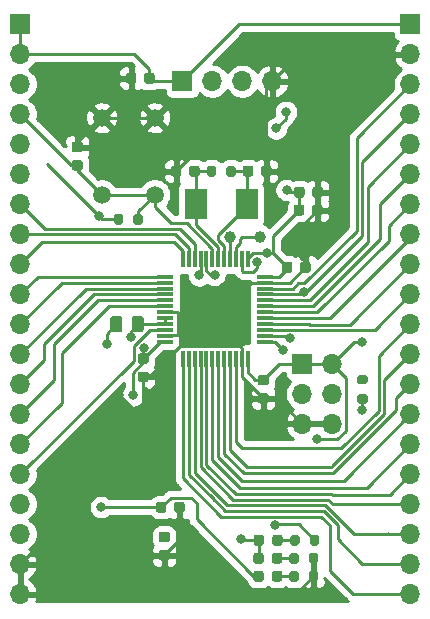
<source format=gbr>
%TF.GenerationSoftware,KiCad,Pcbnew,(5.1.9)-1*%
%TF.CreationDate,2021-02-22T18:11:05+01:00*%
%TF.ProjectId,bluePillG,626c7565-5069-46c6-9c47-2e6b69636164,rev?*%
%TF.SameCoordinates,Original*%
%TF.FileFunction,Copper,L1,Top*%
%TF.FilePolarity,Positive*%
%FSLAX46Y46*%
G04 Gerber Fmt 4.6, Leading zero omitted, Abs format (unit mm)*
G04 Created by KiCad (PCBNEW (5.1.9)-1) date 2021-02-22 18:11:05*
%MOMM*%
%LPD*%
G01*
G04 APERTURE LIST*
%TA.AperFunction,ComponentPad*%
%ADD10C,1.500000*%
%TD*%
%TA.AperFunction,SMDPad,CuDef*%
%ADD11R,1.475000X0.300000*%
%TD*%
%TA.AperFunction,SMDPad,CuDef*%
%ADD12R,0.300000X1.475000*%
%TD*%
%TA.AperFunction,SMDPad,CuDef*%
%ADD13R,1.900000X2.600000*%
%TD*%
%TA.AperFunction,ComponentPad*%
%ADD14C,1.000000*%
%TD*%
%TA.AperFunction,ComponentPad*%
%ADD15O,1.700000X1.700000*%
%TD*%
%TA.AperFunction,ComponentPad*%
%ADD16R,1.700000X1.700000*%
%TD*%
%TA.AperFunction,ViaPad*%
%ADD17C,0.800000*%
%TD*%
%TA.AperFunction,Conductor*%
%ADD18C,0.250000*%
%TD*%
%TA.AperFunction,Conductor*%
%ADD19C,0.254000*%
%TD*%
%TA.AperFunction,Conductor*%
%ADD20C,0.100000*%
%TD*%
G04 APERTURE END LIST*
D10*
%TO.P,S1,4*%
%TO.N,/RESET*%
X60234000Y-60146000D03*
%TO.P,S1,3*%
%TO.N,Earth*%
X60234000Y-53646000D03*
%TO.P,S1,2*%
%TO.N,/RESET*%
X64734000Y-60146000D03*
%TO.P,S1,1*%
%TO.N,Earth*%
X64734000Y-53646000D03*
%TD*%
D11*
%TO.P,IC1,48*%
%TO.N,+3V3*%
X74088000Y-67100000D03*
%TO.P,IC1,47*%
%TO.N,Earth*%
X74088000Y-67600000D03*
%TO.P,IC1,46*%
%TO.N,/PB9*%
X74088000Y-68100000D03*
%TO.P,IC1,45*%
%TO.N,/BOOT0*%
X74088000Y-68600000D03*
%TO.P,IC1,44*%
%TO.N,/PB7*%
X74088000Y-69100000D03*
%TO.P,IC1,43*%
%TO.N,/PB6*%
X74088000Y-69600000D03*
%TO.P,IC1,42*%
%TO.N,/PB5*%
X74088000Y-70100000D03*
%TO.P,IC1,41*%
%TO.N,/PB4*%
X74088000Y-70600000D03*
%TO.P,IC1,40*%
%TO.N,/PB3*%
X74088000Y-71100000D03*
%TO.P,IC1,39*%
%TO.N,/PA15*%
X74088000Y-71600000D03*
%TO.P,IC1,38*%
%TO.N,/SWCLK*%
X74088000Y-72100000D03*
%TO.P,IC1,37*%
%TO.N,/SWDIO*%
X74088000Y-72600000D03*
D12*
%TO.P,IC1,36*%
%TO.N,+3V3*%
X72600000Y-74088000D03*
%TO.P,IC1,35*%
%TO.N,Earth*%
X72100000Y-74088000D03*
%TO.P,IC1,34*%
%TO.N,/PA12*%
X71600000Y-74088000D03*
%TO.P,IC1,33*%
%TO.N,/PA11*%
X71100000Y-74088000D03*
%TO.P,IC1,32*%
%TO.N,/PA10*%
X70600000Y-74088000D03*
%TO.P,IC1,31*%
%TO.N,/PA9*%
X70100000Y-74088000D03*
%TO.P,IC1,30*%
%TO.N,/PA8*%
X69600000Y-74088000D03*
%TO.P,IC1,29*%
%TO.N,/PB15*%
X69100000Y-74088000D03*
%TO.P,IC1,28*%
%TO.N,/PB14*%
X68600000Y-74088000D03*
%TO.P,IC1,27*%
%TO.N,/PB13*%
X68100000Y-74088000D03*
%TO.P,IC1,26*%
%TO.N,/PB12*%
X67600000Y-74088000D03*
%TO.P,IC1,25*%
%TO.N,/PB11*%
X67100000Y-74088000D03*
D11*
%TO.P,IC1,24*%
%TO.N,+3V3*%
X65612000Y-72600000D03*
%TO.P,IC1,23*%
%TO.N,Earth*%
X65612000Y-72100000D03*
%TO.P,IC1,22*%
%TO.N,/PB10*%
X65612000Y-71600000D03*
%TO.P,IC1,21*%
%TO.N,+3.3VA*%
X65612000Y-71100000D03*
%TO.P,IC1,20*%
X65612000Y-70600000D03*
%TO.P,IC1,19*%
%TO.N,Earth*%
X65612000Y-70100000D03*
%TO.P,IC1,18*%
%TO.N,/PB2*%
X65612000Y-69600000D03*
%TO.P,IC1,17*%
%TO.N,/PB1*%
X65612000Y-69100000D03*
%TO.P,IC1,16*%
%TO.N,/PB0*%
X65612000Y-68600000D03*
%TO.P,IC1,15*%
%TO.N,/PA7*%
X65612000Y-68100000D03*
%TO.P,IC1,14*%
%TO.N,/PA6*%
X65612000Y-67600000D03*
%TO.P,IC1,13*%
%TO.N,/PA5*%
X65612000Y-67100000D03*
D12*
%TO.P,IC1,12*%
%TO.N,/PA4*%
X67100000Y-65612000D03*
%TO.P,IC1,11*%
%TO.N,/PA3*%
X67600000Y-65612000D03*
%TO.P,IC1,10*%
%TO.N,/PA2*%
X68100000Y-65612000D03*
%TO.P,IC1,9*%
%TO.N,/PA1*%
X68600000Y-65612000D03*
%TO.P,IC1,8*%
%TO.N,/PA0*%
X69100000Y-65612000D03*
%TO.P,IC1,7*%
%TO.N,/RESET*%
X69600000Y-65612000D03*
%TO.P,IC1,6*%
%TO.N,Net-(C9-Pad1)*%
X70100000Y-65612000D03*
%TO.P,IC1,5*%
%TO.N,Net-(C7-Pad1)*%
X70600000Y-65612000D03*
%TO.P,IC1,4*%
%TO.N,Net-(C5-Pad1)*%
X71100000Y-65612000D03*
%TO.P,IC1,3*%
%TO.N,Net-(C4-Pad1)*%
X71600000Y-65612000D03*
%TO.P,IC1,2*%
%TO.N,/PC13*%
X72100000Y-65612000D03*
%TO.P,IC1,1*%
%TO.N,+3V3*%
X72600000Y-65612000D03*
%TD*%
D13*
%TO.P,Y2,2*%
%TO.N,Net-(C9-Pad1)*%
X68208000Y-60960000D03*
%TO.P,Y2,1*%
%TO.N,Net-(C7-Pad1)*%
X72508000Y-60960000D03*
%TD*%
D14*
%TO.P,Y1,2*%
%TO.N,Net-(C5-Pad1)*%
X71120000Y-63754000D03*
%TO.P,Y1,1*%
%TO.N,Net-(C4-Pad1)*%
X73660000Y-63754000D03*
%TD*%
%TO.P,R7,2*%
%TO.N,Net-(C9-Pad1)*%
%TA.AperFunction,SMDPad,CuDef*%
G36*
G01*
X69933000Y-57891000D02*
X69933000Y-58441000D01*
G75*
G02*
X69733000Y-58641000I-200000J0D01*
G01*
X69333000Y-58641000D01*
G75*
G02*
X69133000Y-58441000I0J200000D01*
G01*
X69133000Y-57891000D01*
G75*
G02*
X69333000Y-57691000I200000J0D01*
G01*
X69733000Y-57691000D01*
G75*
G02*
X69933000Y-57891000I0J-200000D01*
G01*
G37*
%TD.AperFunction*%
%TO.P,R7,1*%
%TO.N,Net-(C7-Pad1)*%
%TA.AperFunction,SMDPad,CuDef*%
G36*
G01*
X71583000Y-57891000D02*
X71583000Y-58441000D01*
G75*
G02*
X71383000Y-58641000I-200000J0D01*
G01*
X70983000Y-58641000D01*
G75*
G02*
X70783000Y-58441000I0J200000D01*
G01*
X70783000Y-57891000D01*
G75*
G02*
X70983000Y-57691000I200000J0D01*
G01*
X71383000Y-57691000D01*
G75*
G02*
X71583000Y-57891000I0J-200000D01*
G01*
G37*
%TD.AperFunction*%
%TD*%
%TO.P,R5,2*%
%TO.N,/PC13*%
%TA.AperFunction,SMDPad,CuDef*%
G36*
G01*
X77831000Y-89683000D02*
X77831000Y-89133000D01*
G75*
G02*
X78031000Y-88933000I200000J0D01*
G01*
X78431000Y-88933000D01*
G75*
G02*
X78631000Y-89133000I0J-200000D01*
G01*
X78631000Y-89683000D01*
G75*
G02*
X78431000Y-89883000I-200000J0D01*
G01*
X78031000Y-89883000D01*
G75*
G02*
X77831000Y-89683000I0J200000D01*
G01*
G37*
%TD.AperFunction*%
%TO.P,R5,1*%
%TO.N,Net-(D3-Pad1)*%
%TA.AperFunction,SMDPad,CuDef*%
G36*
G01*
X76181000Y-89683000D02*
X76181000Y-89133000D01*
G75*
G02*
X76381000Y-88933000I200000J0D01*
G01*
X76781000Y-88933000D01*
G75*
G02*
X76981000Y-89133000I0J-200000D01*
G01*
X76981000Y-89683000D01*
G75*
G02*
X76781000Y-89883000I-200000J0D01*
G01*
X76381000Y-89883000D01*
G75*
G02*
X76181000Y-89683000I0J200000D01*
G01*
G37*
%TD.AperFunction*%
%TD*%
%TO.P,R4,2*%
%TO.N,Earth*%
%TA.AperFunction,SMDPad,CuDef*%
G36*
G01*
X77768000Y-92731000D02*
X77768000Y-92181000D01*
G75*
G02*
X77968000Y-91981000I200000J0D01*
G01*
X78368000Y-91981000D01*
G75*
G02*
X78568000Y-92181000I0J-200000D01*
G01*
X78568000Y-92731000D01*
G75*
G02*
X78368000Y-92931000I-200000J0D01*
G01*
X77968000Y-92931000D01*
G75*
G02*
X77768000Y-92731000I0J200000D01*
G01*
G37*
%TD.AperFunction*%
%TO.P,R4,1*%
%TO.N,Net-(D2-Pad1)*%
%TA.AperFunction,SMDPad,CuDef*%
G36*
G01*
X76118000Y-92731000D02*
X76118000Y-92181000D01*
G75*
G02*
X76318000Y-91981000I200000J0D01*
G01*
X76718000Y-91981000D01*
G75*
G02*
X76918000Y-92181000I0J-200000D01*
G01*
X76918000Y-92731000D01*
G75*
G02*
X76718000Y-92931000I-200000J0D01*
G01*
X76318000Y-92931000D01*
G75*
G02*
X76118000Y-92731000I0J200000D01*
G01*
G37*
%TD.AperFunction*%
%TD*%
%TO.P,R3,2*%
%TO.N,Earth*%
%TA.AperFunction,SMDPad,CuDef*%
G36*
G01*
X77768000Y-91207000D02*
X77768000Y-90657000D01*
G75*
G02*
X77968000Y-90457000I200000J0D01*
G01*
X78368000Y-90457000D01*
G75*
G02*
X78568000Y-90657000I0J-200000D01*
G01*
X78568000Y-91207000D01*
G75*
G02*
X78368000Y-91407000I-200000J0D01*
G01*
X77968000Y-91407000D01*
G75*
G02*
X77768000Y-91207000I0J200000D01*
G01*
G37*
%TD.AperFunction*%
%TO.P,R3,1*%
%TO.N,Net-(D1-Pad1)*%
%TA.AperFunction,SMDPad,CuDef*%
G36*
G01*
X76118000Y-91207000D02*
X76118000Y-90657000D01*
G75*
G02*
X76318000Y-90457000I200000J0D01*
G01*
X76718000Y-90457000D01*
G75*
G02*
X76918000Y-90657000I0J-200000D01*
G01*
X76918000Y-91207000D01*
G75*
G02*
X76718000Y-91407000I-200000J0D01*
G01*
X76318000Y-91407000D01*
G75*
G02*
X76118000Y-91207000I0J200000D01*
G01*
G37*
%TD.AperFunction*%
%TD*%
%TO.P,R2,2*%
%TO.N,/RESET*%
%TA.AperFunction,SMDPad,CuDef*%
G36*
G01*
X62909000Y-62505000D02*
X62909000Y-61955000D01*
G75*
G02*
X63109000Y-61755000I200000J0D01*
G01*
X63509000Y-61755000D01*
G75*
G02*
X63709000Y-61955000I0J-200000D01*
G01*
X63709000Y-62505000D01*
G75*
G02*
X63509000Y-62705000I-200000J0D01*
G01*
X63109000Y-62705000D01*
G75*
G02*
X62909000Y-62505000I0J200000D01*
G01*
G37*
%TD.AperFunction*%
%TO.P,R2,1*%
%TO.N,+3V3*%
%TA.AperFunction,SMDPad,CuDef*%
G36*
G01*
X61259000Y-62505000D02*
X61259000Y-61955000D01*
G75*
G02*
X61459000Y-61755000I200000J0D01*
G01*
X61859000Y-61755000D01*
G75*
G02*
X62059000Y-61955000I0J-200000D01*
G01*
X62059000Y-62505000D01*
G75*
G02*
X61859000Y-62705000I-200000J0D01*
G01*
X61459000Y-62705000D01*
G75*
G02*
X61259000Y-62505000I0J200000D01*
G01*
G37*
%TD.AperFunction*%
%TD*%
%TO.P,R1,2*%
%TO.N,Net-(J1-Pad3)*%
%TA.AperFunction,SMDPad,CuDef*%
G36*
G01*
X82021000Y-77069000D02*
X82571000Y-77069000D01*
G75*
G02*
X82771000Y-77269000I0J-200000D01*
G01*
X82771000Y-77669000D01*
G75*
G02*
X82571000Y-77869000I-200000J0D01*
G01*
X82021000Y-77869000D01*
G75*
G02*
X81821000Y-77669000I0J200000D01*
G01*
X81821000Y-77269000D01*
G75*
G02*
X82021000Y-77069000I200000J0D01*
G01*
G37*
%TD.AperFunction*%
%TO.P,R1,1*%
%TO.N,/BOOT1*%
%TA.AperFunction,SMDPad,CuDef*%
G36*
G01*
X82021000Y-75419000D02*
X82571000Y-75419000D01*
G75*
G02*
X82771000Y-75619000I0J-200000D01*
G01*
X82771000Y-76019000D01*
G75*
G02*
X82571000Y-76219000I-200000J0D01*
G01*
X82021000Y-76219000D01*
G75*
G02*
X81821000Y-76019000I0J200000D01*
G01*
X81821000Y-75619000D01*
G75*
G02*
X82021000Y-75419000I200000J0D01*
G01*
G37*
%TD.AperFunction*%
%TD*%
D15*
%TO.P,J4,20*%
%TO.N,/PB11*%
X86360000Y-93980000D03*
%TO.P,J4,19*%
%TO.N,/PB12*%
X86360000Y-91440000D03*
%TO.P,J4,18*%
%TO.N,/PB13*%
X86360000Y-88900000D03*
%TO.P,J4,17*%
%TO.N,/PB14*%
X86360000Y-86360000D03*
%TO.P,J4,16*%
%TO.N,/PB15*%
X86360000Y-83820000D03*
%TO.P,J4,15*%
%TO.N,/PA8*%
X86360000Y-81280000D03*
%TO.P,J4,14*%
%TO.N,/PA9*%
X86360000Y-78740000D03*
%TO.P,J4,13*%
%TO.N,/PA10*%
X86360000Y-76200000D03*
%TO.P,J4,12*%
%TO.N,/PA11*%
X86360000Y-73660000D03*
%TO.P,J4,11*%
%TO.N,/PA12*%
X86360000Y-71120000D03*
%TO.P,J4,10*%
%TO.N,/PA15*%
X86360000Y-68580000D03*
%TO.P,J4,9*%
%TO.N,/PB3*%
X86360000Y-66040000D03*
%TO.P,J4,8*%
%TO.N,/PB4*%
X86360000Y-63500000D03*
%TO.P,J4,7*%
%TO.N,/PB5*%
X86360000Y-60960000D03*
%TO.P,J4,6*%
%TO.N,/PB6*%
X86360000Y-58420000D03*
%TO.P,J4,5*%
%TO.N,/PB7*%
X86360000Y-55880000D03*
%TO.P,J4,4*%
%TO.N,/BOOT0*%
X86360000Y-53340000D03*
%TO.P,J4,3*%
%TO.N,/PB9*%
X86360000Y-50800000D03*
%TO.P,J4,2*%
%TO.N,Earth*%
X86360000Y-48260000D03*
D16*
%TO.P,J4,1*%
%TO.N,+3V3*%
X86360000Y-45720000D03*
%TD*%
D15*
%TO.P,J3,4*%
%TO.N,Earth*%
X74676000Y-50546000D03*
%TO.P,J3,3*%
%TO.N,/SWCLK*%
X72136000Y-50546000D03*
%TO.P,J3,2*%
%TO.N,/SWDIO*%
X69596000Y-50546000D03*
D16*
%TO.P,J3,1*%
%TO.N,+3V3*%
X67056000Y-50546000D03*
%TD*%
D15*
%TO.P,J2,20*%
%TO.N,Earth*%
X53340000Y-93980000D03*
%TO.P,J2,19*%
X53340000Y-91440000D03*
%TO.P,J2,18*%
%TO.N,+5V*%
X53340000Y-88900000D03*
%TO.P,J2,17*%
X53340000Y-86360000D03*
%TO.P,J2,16*%
%TO.N,/PB10*%
X53340000Y-83820000D03*
%TO.P,J2,15*%
%TO.N,/PB2*%
X53340000Y-81280000D03*
%TO.P,J2,14*%
%TO.N,/PB1*%
X53340000Y-78740000D03*
%TO.P,J2,13*%
%TO.N,/PB0*%
X53340000Y-76200000D03*
%TO.P,J2,12*%
%TO.N,/PA7*%
X53340000Y-73660000D03*
%TO.P,J2,11*%
%TO.N,/PA6*%
X53340000Y-71120000D03*
%TO.P,J2,10*%
%TO.N,/PA5*%
X53340000Y-68580000D03*
%TO.P,J2,9*%
%TO.N,/PA4*%
X53340000Y-66040000D03*
%TO.P,J2,8*%
%TO.N,/PA3*%
X53340000Y-63500000D03*
%TO.P,J2,7*%
%TO.N,/PA2*%
X53340000Y-60960000D03*
%TO.P,J2,6*%
%TO.N,/PA1*%
X53340000Y-58420000D03*
%TO.P,J2,5*%
%TO.N,/PA0*%
X53340000Y-55880000D03*
%TO.P,J2,4*%
%TO.N,/RESET*%
X53340000Y-53340000D03*
%TO.P,J2,3*%
%TO.N,/PC13*%
X53340000Y-50800000D03*
%TO.P,J2,2*%
%TO.N,+3V3*%
X53340000Y-48260000D03*
D16*
%TO.P,J2,1*%
X53340000Y-45720000D03*
%TD*%
D15*
%TO.P,J1,6*%
%TO.N,Earth*%
X79756000Y-79565500D03*
%TO.P,J1,5*%
X77216000Y-79565500D03*
%TO.P,J1,4*%
%TO.N,Net-(J1-Pad4)*%
X79756000Y-77025500D03*
%TO.P,J1,3*%
%TO.N,Net-(J1-Pad3)*%
X77216000Y-77025500D03*
%TO.P,J1,2*%
%TO.N,+3V3*%
X79756000Y-74485500D03*
D16*
%TO.P,J1,1*%
X77216000Y-74485500D03*
%TD*%
%TO.P,FB1,2*%
%TO.N,+3V3*%
%TA.AperFunction,SMDPad,CuDef*%
G36*
G01*
X61980500Y-70669999D02*
X61980500Y-71570001D01*
G75*
G02*
X61730501Y-71820000I-249999J0D01*
G01*
X61205499Y-71820000D01*
G75*
G02*
X60955500Y-71570001I0J249999D01*
G01*
X60955500Y-70669999D01*
G75*
G02*
X61205499Y-70420000I249999J0D01*
G01*
X61730501Y-70420000D01*
G75*
G02*
X61980500Y-70669999I0J-249999D01*
G01*
G37*
%TD.AperFunction*%
%TO.P,FB1,1*%
%TO.N,+3.3VA*%
%TA.AperFunction,SMDPad,CuDef*%
G36*
G01*
X63805500Y-70669999D02*
X63805500Y-71570001D01*
G75*
G02*
X63555501Y-71820000I-249999J0D01*
G01*
X63030499Y-71820000D01*
G75*
G02*
X62780500Y-71570001I0J249999D01*
G01*
X62780500Y-70669999D01*
G75*
G02*
X63030499Y-70420000I249999J0D01*
G01*
X63555501Y-70420000D01*
G75*
G02*
X63805500Y-70669999I0J-249999D01*
G01*
G37*
%TD.AperFunction*%
%TD*%
%TO.P,D3,2*%
%TO.N,+3V3*%
%TA.AperFunction,SMDPad,CuDef*%
G36*
G01*
X73970500Y-89151750D02*
X73970500Y-89664250D01*
G75*
G02*
X73751750Y-89883000I-218750J0D01*
G01*
X73314250Y-89883000D01*
G75*
G02*
X73095500Y-89664250I0J218750D01*
G01*
X73095500Y-89151750D01*
G75*
G02*
X73314250Y-88933000I218750J0D01*
G01*
X73751750Y-88933000D01*
G75*
G02*
X73970500Y-89151750I0J-218750D01*
G01*
G37*
%TD.AperFunction*%
%TO.P,D3,1*%
%TO.N,Net-(D3-Pad1)*%
%TA.AperFunction,SMDPad,CuDef*%
G36*
G01*
X75545500Y-89151750D02*
X75545500Y-89664250D01*
G75*
G02*
X75326750Y-89883000I-218750J0D01*
G01*
X74889250Y-89883000D01*
G75*
G02*
X74670500Y-89664250I0J218750D01*
G01*
X74670500Y-89151750D01*
G75*
G02*
X74889250Y-88933000I218750J0D01*
G01*
X75326750Y-88933000D01*
G75*
G02*
X75545500Y-89151750I0J-218750D01*
G01*
G37*
%TD.AperFunction*%
%TD*%
%TO.P,D2,2*%
%TO.N,+5V*%
%TA.AperFunction,SMDPad,CuDef*%
G36*
G01*
X73945000Y-92199750D02*
X73945000Y-92712250D01*
G75*
G02*
X73726250Y-92931000I-218750J0D01*
G01*
X73288750Y-92931000D01*
G75*
G02*
X73070000Y-92712250I0J218750D01*
G01*
X73070000Y-92199750D01*
G75*
G02*
X73288750Y-91981000I218750J0D01*
G01*
X73726250Y-91981000D01*
G75*
G02*
X73945000Y-92199750I0J-218750D01*
G01*
G37*
%TD.AperFunction*%
%TO.P,D2,1*%
%TO.N,Net-(D2-Pad1)*%
%TA.AperFunction,SMDPad,CuDef*%
G36*
G01*
X75520000Y-92199750D02*
X75520000Y-92712250D01*
G75*
G02*
X75301250Y-92931000I-218750J0D01*
G01*
X74863750Y-92931000D01*
G75*
G02*
X74645000Y-92712250I0J218750D01*
G01*
X74645000Y-92199750D01*
G75*
G02*
X74863750Y-91981000I218750J0D01*
G01*
X75301250Y-91981000D01*
G75*
G02*
X75520000Y-92199750I0J-218750D01*
G01*
G37*
%TD.AperFunction*%
%TD*%
%TO.P,D1,2*%
%TO.N,+3V3*%
%TA.AperFunction,SMDPad,CuDef*%
G36*
G01*
X73945000Y-90675750D02*
X73945000Y-91188250D01*
G75*
G02*
X73726250Y-91407000I-218750J0D01*
G01*
X73288750Y-91407000D01*
G75*
G02*
X73070000Y-91188250I0J218750D01*
G01*
X73070000Y-90675750D01*
G75*
G02*
X73288750Y-90457000I218750J0D01*
G01*
X73726250Y-90457000D01*
G75*
G02*
X73945000Y-90675750I0J-218750D01*
G01*
G37*
%TD.AperFunction*%
%TO.P,D1,1*%
%TO.N,Net-(D1-Pad1)*%
%TA.AperFunction,SMDPad,CuDef*%
G36*
G01*
X75520000Y-90675750D02*
X75520000Y-91188250D01*
G75*
G02*
X75301250Y-91407000I-218750J0D01*
G01*
X74863750Y-91407000D01*
G75*
G02*
X74645000Y-91188250I0J218750D01*
G01*
X74645000Y-90675750D01*
G75*
G02*
X74863750Y-90457000I218750J0D01*
G01*
X75301250Y-90457000D01*
G75*
G02*
X75520000Y-90675750I0J-218750D01*
G01*
G37*
%TD.AperFunction*%
%TD*%
%TO.P,C14,2*%
%TO.N,Earth*%
%TA.AperFunction,SMDPad,CuDef*%
G36*
G01*
X63175000Y-50042000D02*
X63175000Y-50542000D01*
G75*
G02*
X62950000Y-50767000I-225000J0D01*
G01*
X62500000Y-50767000D01*
G75*
G02*
X62275000Y-50542000I0J225000D01*
G01*
X62275000Y-50042000D01*
G75*
G02*
X62500000Y-49817000I225000J0D01*
G01*
X62950000Y-49817000D01*
G75*
G02*
X63175000Y-50042000I0J-225000D01*
G01*
G37*
%TD.AperFunction*%
%TO.P,C14,1*%
%TO.N,+3V3*%
%TA.AperFunction,SMDPad,CuDef*%
G36*
G01*
X64725000Y-50042000D02*
X64725000Y-50542000D01*
G75*
G02*
X64500000Y-50767000I-225000J0D01*
G01*
X64050000Y-50767000D01*
G75*
G02*
X63825000Y-50542000I0J225000D01*
G01*
X63825000Y-50042000D01*
G75*
G02*
X64050000Y-49817000I225000J0D01*
G01*
X64500000Y-49817000D01*
G75*
G02*
X64725000Y-50042000I0J-225000D01*
G01*
G37*
%TD.AperFunction*%
%TD*%
%TO.P,C12,2*%
%TO.N,Earth*%
%TA.AperFunction,SMDPad,CuDef*%
G36*
G01*
X78062000Y-60194000D02*
X78062000Y-59694000D01*
G75*
G02*
X78287000Y-59469000I225000J0D01*
G01*
X78737000Y-59469000D01*
G75*
G02*
X78962000Y-59694000I0J-225000D01*
G01*
X78962000Y-60194000D01*
G75*
G02*
X78737000Y-60419000I-225000J0D01*
G01*
X78287000Y-60419000D01*
G75*
G02*
X78062000Y-60194000I0J225000D01*
G01*
G37*
%TD.AperFunction*%
%TO.P,C12,1*%
%TO.N,+3V3*%
%TA.AperFunction,SMDPad,CuDef*%
G36*
G01*
X76512000Y-60194000D02*
X76512000Y-59694000D01*
G75*
G02*
X76737000Y-59469000I225000J0D01*
G01*
X77187000Y-59469000D01*
G75*
G02*
X77412000Y-59694000I0J-225000D01*
G01*
X77412000Y-60194000D01*
G75*
G02*
X77187000Y-60419000I-225000J0D01*
G01*
X76737000Y-60419000D01*
G75*
G02*
X76512000Y-60194000I0J225000D01*
G01*
G37*
%TD.AperFunction*%
%TD*%
%TO.P,C11,2*%
%TO.N,Earth*%
%TA.AperFunction,SMDPad,CuDef*%
G36*
G01*
X77033000Y-66544000D02*
X77033000Y-66044000D01*
G75*
G02*
X77258000Y-65819000I225000J0D01*
G01*
X77708000Y-65819000D01*
G75*
G02*
X77933000Y-66044000I0J-225000D01*
G01*
X77933000Y-66544000D01*
G75*
G02*
X77708000Y-66769000I-225000J0D01*
G01*
X77258000Y-66769000D01*
G75*
G02*
X77033000Y-66544000I0J225000D01*
G01*
G37*
%TD.AperFunction*%
%TO.P,C11,1*%
%TO.N,+3V3*%
%TA.AperFunction,SMDPad,CuDef*%
G36*
G01*
X75483000Y-66544000D02*
X75483000Y-66044000D01*
G75*
G02*
X75708000Y-65819000I225000J0D01*
G01*
X76158000Y-65819000D01*
G75*
G02*
X76383000Y-66044000I0J-225000D01*
G01*
X76383000Y-66544000D01*
G75*
G02*
X76158000Y-66769000I-225000J0D01*
G01*
X75708000Y-66769000D01*
G75*
G02*
X75483000Y-66544000I0J225000D01*
G01*
G37*
%TD.AperFunction*%
%TD*%
%TO.P,C10,2*%
%TO.N,Earth*%
%TA.AperFunction,SMDPad,CuDef*%
G36*
G01*
X63504000Y-75128000D02*
X64004000Y-75128000D01*
G75*
G02*
X64229000Y-75353000I0J-225000D01*
G01*
X64229000Y-75803000D01*
G75*
G02*
X64004000Y-76028000I-225000J0D01*
G01*
X63504000Y-76028000D01*
G75*
G02*
X63279000Y-75803000I0J225000D01*
G01*
X63279000Y-75353000D01*
G75*
G02*
X63504000Y-75128000I225000J0D01*
G01*
G37*
%TD.AperFunction*%
%TO.P,C10,1*%
%TO.N,+3V3*%
%TA.AperFunction,SMDPad,CuDef*%
G36*
G01*
X63504000Y-73578000D02*
X64004000Y-73578000D01*
G75*
G02*
X64229000Y-73803000I0J-225000D01*
G01*
X64229000Y-74253000D01*
G75*
G02*
X64004000Y-74478000I-225000J0D01*
G01*
X63504000Y-74478000D01*
G75*
G02*
X63279000Y-74253000I0J225000D01*
G01*
X63279000Y-73803000D01*
G75*
G02*
X63504000Y-73578000I225000J0D01*
G01*
G37*
%TD.AperFunction*%
%TD*%
%TO.P,C9,2*%
%TO.N,Earth*%
%TA.AperFunction,SMDPad,CuDef*%
G36*
G01*
X66985000Y-57916000D02*
X66985000Y-58416000D01*
G75*
G02*
X66760000Y-58641000I-225000J0D01*
G01*
X66310000Y-58641000D01*
G75*
G02*
X66085000Y-58416000I0J225000D01*
G01*
X66085000Y-57916000D01*
G75*
G02*
X66310000Y-57691000I225000J0D01*
G01*
X66760000Y-57691000D01*
G75*
G02*
X66985000Y-57916000I0J-225000D01*
G01*
G37*
%TD.AperFunction*%
%TO.P,C9,1*%
%TO.N,Net-(C9-Pad1)*%
%TA.AperFunction,SMDPad,CuDef*%
G36*
G01*
X68535000Y-57916000D02*
X68535000Y-58416000D01*
G75*
G02*
X68310000Y-58641000I-225000J0D01*
G01*
X67860000Y-58641000D01*
G75*
G02*
X67635000Y-58416000I0J225000D01*
G01*
X67635000Y-57916000D01*
G75*
G02*
X67860000Y-57691000I225000J0D01*
G01*
X68310000Y-57691000D01*
G75*
G02*
X68535000Y-57916000I0J-225000D01*
G01*
G37*
%TD.AperFunction*%
%TD*%
%TO.P,C8,2*%
%TO.N,Earth*%
%TA.AperFunction,SMDPad,CuDef*%
G36*
G01*
X73664000Y-76956500D02*
X74164000Y-76956500D01*
G75*
G02*
X74389000Y-77181500I0J-225000D01*
G01*
X74389000Y-77631500D01*
G75*
G02*
X74164000Y-77856500I-225000J0D01*
G01*
X73664000Y-77856500D01*
G75*
G02*
X73439000Y-77631500I0J225000D01*
G01*
X73439000Y-77181500D01*
G75*
G02*
X73664000Y-76956500I225000J0D01*
G01*
G37*
%TD.AperFunction*%
%TO.P,C8,1*%
%TO.N,+3V3*%
%TA.AperFunction,SMDPad,CuDef*%
G36*
G01*
X73664000Y-75406500D02*
X74164000Y-75406500D01*
G75*
G02*
X74389000Y-75631500I0J-225000D01*
G01*
X74389000Y-76081500D01*
G75*
G02*
X74164000Y-76306500I-225000J0D01*
G01*
X73664000Y-76306500D01*
G75*
G02*
X73439000Y-76081500I0J225000D01*
G01*
X73439000Y-75631500D01*
G75*
G02*
X73664000Y-75406500I225000J0D01*
G01*
G37*
%TD.AperFunction*%
%TD*%
%TO.P,C7,2*%
%TO.N,Earth*%
%TA.AperFunction,SMDPad,CuDef*%
G36*
G01*
X73718000Y-58416000D02*
X73718000Y-57916000D01*
G75*
G02*
X73943000Y-57691000I225000J0D01*
G01*
X74393000Y-57691000D01*
G75*
G02*
X74618000Y-57916000I0J-225000D01*
G01*
X74618000Y-58416000D01*
G75*
G02*
X74393000Y-58641000I-225000J0D01*
G01*
X73943000Y-58641000D01*
G75*
G02*
X73718000Y-58416000I0J225000D01*
G01*
G37*
%TD.AperFunction*%
%TO.P,C7,1*%
%TO.N,Net-(C7-Pad1)*%
%TA.AperFunction,SMDPad,CuDef*%
G36*
G01*
X72168000Y-58416000D02*
X72168000Y-57916000D01*
G75*
G02*
X72393000Y-57691000I225000J0D01*
G01*
X72843000Y-57691000D01*
G75*
G02*
X73068000Y-57916000I0J-225000D01*
G01*
X73068000Y-58416000D01*
G75*
G02*
X72843000Y-58641000I-225000J0D01*
G01*
X72393000Y-58641000D01*
G75*
G02*
X72168000Y-58416000I0J225000D01*
G01*
G37*
%TD.AperFunction*%
%TD*%
%TO.P,C6,2*%
%TO.N,Earth*%
%TA.AperFunction,SMDPad,CuDef*%
G36*
G01*
X78036000Y-61718000D02*
X78036000Y-61218000D01*
G75*
G02*
X78261000Y-60993000I225000J0D01*
G01*
X78711000Y-60993000D01*
G75*
G02*
X78936000Y-61218000I0J-225000D01*
G01*
X78936000Y-61718000D01*
G75*
G02*
X78711000Y-61943000I-225000J0D01*
G01*
X78261000Y-61943000D01*
G75*
G02*
X78036000Y-61718000I0J225000D01*
G01*
G37*
%TD.AperFunction*%
%TO.P,C6,1*%
%TO.N,+3V3*%
%TA.AperFunction,SMDPad,CuDef*%
G36*
G01*
X76486000Y-61718000D02*
X76486000Y-61218000D01*
G75*
G02*
X76711000Y-60993000I225000J0D01*
G01*
X77161000Y-60993000D01*
G75*
G02*
X77386000Y-61218000I0J-225000D01*
G01*
X77386000Y-61718000D01*
G75*
G02*
X77161000Y-61943000I-225000J0D01*
G01*
X76711000Y-61943000D01*
G75*
G02*
X76486000Y-61718000I0J225000D01*
G01*
G37*
%TD.AperFunction*%
%TD*%
%TO.P,C3,2*%
%TO.N,Earth*%
%TA.AperFunction,SMDPad,CuDef*%
G36*
G01*
X65282000Y-90241000D02*
X65782000Y-90241000D01*
G75*
G02*
X66007000Y-90466000I0J-225000D01*
G01*
X66007000Y-90916000D01*
G75*
G02*
X65782000Y-91141000I-225000J0D01*
G01*
X65282000Y-91141000D01*
G75*
G02*
X65057000Y-90916000I0J225000D01*
G01*
X65057000Y-90466000D01*
G75*
G02*
X65282000Y-90241000I225000J0D01*
G01*
G37*
%TD.AperFunction*%
%TO.P,C3,1*%
%TO.N,+3V3*%
%TA.AperFunction,SMDPad,CuDef*%
G36*
G01*
X65282000Y-88691000D02*
X65782000Y-88691000D01*
G75*
G02*
X66007000Y-88916000I0J-225000D01*
G01*
X66007000Y-89366000D01*
G75*
G02*
X65782000Y-89591000I-225000J0D01*
G01*
X65282000Y-89591000D01*
G75*
G02*
X65057000Y-89366000I0J225000D01*
G01*
X65057000Y-88916000D01*
G75*
G02*
X65282000Y-88691000I225000J0D01*
G01*
G37*
%TD.AperFunction*%
%TD*%
%TO.P,C2,2*%
%TO.N,Earth*%
%TA.AperFunction,SMDPad,CuDef*%
G36*
G01*
X58416000Y-56571000D02*
X57916000Y-56571000D01*
G75*
G02*
X57691000Y-56346000I0J225000D01*
G01*
X57691000Y-55896000D01*
G75*
G02*
X57916000Y-55671000I225000J0D01*
G01*
X58416000Y-55671000D01*
G75*
G02*
X58641000Y-55896000I0J-225000D01*
G01*
X58641000Y-56346000D01*
G75*
G02*
X58416000Y-56571000I-225000J0D01*
G01*
G37*
%TD.AperFunction*%
%TO.P,C2,1*%
%TO.N,/RESET*%
%TA.AperFunction,SMDPad,CuDef*%
G36*
G01*
X58416000Y-58121000D02*
X57916000Y-58121000D01*
G75*
G02*
X57691000Y-57896000I0J225000D01*
G01*
X57691000Y-57446000D01*
G75*
G02*
X57916000Y-57221000I225000J0D01*
G01*
X58416000Y-57221000D01*
G75*
G02*
X58641000Y-57446000I0J-225000D01*
G01*
X58641000Y-57896000D01*
G75*
G02*
X58416000Y-58121000I-225000J0D01*
G01*
G37*
%TD.AperFunction*%
%TD*%
%TO.P,C1,2*%
%TO.N,Earth*%
%TA.AperFunction,SMDPad,CuDef*%
G36*
G01*
X66365000Y-86864000D02*
X66365000Y-86364000D01*
G75*
G02*
X66590000Y-86139000I225000J0D01*
G01*
X67040000Y-86139000D01*
G75*
G02*
X67265000Y-86364000I0J-225000D01*
G01*
X67265000Y-86864000D01*
G75*
G02*
X67040000Y-87089000I-225000J0D01*
G01*
X66590000Y-87089000D01*
G75*
G02*
X66365000Y-86864000I0J225000D01*
G01*
G37*
%TD.AperFunction*%
%TO.P,C1,1*%
%TO.N,+5V*%
%TA.AperFunction,SMDPad,CuDef*%
G36*
G01*
X64815000Y-86864000D02*
X64815000Y-86364000D01*
G75*
G02*
X65040000Y-86139000I225000J0D01*
G01*
X65490000Y-86139000D01*
G75*
G02*
X65715000Y-86364000I0J-225000D01*
G01*
X65715000Y-86864000D01*
G75*
G02*
X65490000Y-87089000I-225000J0D01*
G01*
X65040000Y-87089000D01*
G75*
G02*
X64815000Y-86864000I0J225000D01*
G01*
G37*
%TD.AperFunction*%
%TD*%
D17*
%TO.N,Earth*%
X77343000Y-65468500D03*
X65595500Y-92075000D03*
X61722000Y-77152500D03*
%TO.N,+5V*%
X60184000Y-86600000D03*
%TO.N,+3V3*%
X75882500Y-59753500D03*
X72009000Y-89344500D03*
X65532000Y-89141000D03*
X63817500Y-73152000D03*
X60642500Y-72771000D03*
X74204999Y-65124499D03*
X78422500Y-80872500D03*
X60007500Y-61976000D03*
X82232500Y-72644000D03*
X62865000Y-77152500D03*
%TO.N,+3.3VA*%
X62674500Y-72199500D03*
%TO.N,Net-(J1-Pad3)*%
X82296000Y-78422500D03*
%TO.N,/PA1*%
X68489946Y-66991239D03*
%TO.N,/PA0*%
X69798241Y-66947560D03*
%TO.N,/PC13*%
X73350002Y-65849500D03*
X74866500Y-88139010D03*
%TO.N,/SWCLK*%
X76200000Y-72325000D03*
%TO.N,/SWDIO*%
X75591500Y-73279000D03*
X75819000Y-53149500D03*
X74993500Y-54546500D03*
%TO.N,/BOOT0*%
X77318338Y-68375000D03*
%TD*%
D18*
%TO.N,Earth*%
X53340000Y-91440000D02*
X53340000Y-93980000D01*
X54089000Y-90691000D02*
X53340000Y-91440000D01*
X65532000Y-90691000D02*
X54089000Y-90691000D01*
X65822000Y-72100000D02*
X65846999Y-72075001D01*
X65612000Y-72100000D02*
X65822000Y-72100000D01*
X64229000Y-75578000D02*
X63754000Y-75578000D01*
X66868001Y-72938999D02*
X64229000Y-75578000D01*
X66868001Y-72075001D02*
X66868001Y-72938999D01*
X66584502Y-70100000D02*
X65612000Y-70100000D01*
X66674501Y-72072999D02*
X66674501Y-70189999D01*
X66674501Y-70189999D02*
X66584502Y-70100000D01*
X66672499Y-72075001D02*
X66674501Y-72072999D01*
X65846999Y-72075001D02*
X66672499Y-72075001D01*
X66672499Y-72075001D02*
X66868001Y-72075001D01*
X78168000Y-90932000D02*
X78168000Y-92456000D01*
X72100000Y-75592500D02*
X73914000Y-77406500D01*
X72100000Y-74088000D02*
X72100000Y-75592500D01*
X75057000Y-77406500D02*
X73914000Y-77406500D01*
X77216000Y-79565500D02*
X75057000Y-77406500D01*
X79756000Y-79565500D02*
X77216000Y-79565500D01*
X76962000Y-48260000D02*
X74676000Y-50546000D01*
X86360000Y-48260000D02*
X76962000Y-48260000D01*
X78512000Y-61442000D02*
X78486000Y-61468000D01*
X78512000Y-59944000D02*
X78512000Y-61442000D01*
X77343000Y-66154000D02*
X77483000Y-66294000D01*
X77343000Y-65468500D02*
X77343000Y-66154000D01*
X77343000Y-62611000D02*
X78486000Y-61468000D01*
X77343000Y-65468500D02*
X77343000Y-62611000D01*
X76177000Y-67600000D02*
X77483000Y-66294000D01*
X74088000Y-67600000D02*
X76177000Y-67600000D01*
X73535501Y-67624999D02*
X72837001Y-67624999D01*
X73560500Y-67600000D02*
X73535501Y-67624999D01*
X74088000Y-67600000D02*
X73560500Y-67600000D01*
X72100000Y-73115498D02*
X72100000Y-74088000D01*
X71923501Y-72938999D02*
X72100000Y-73115498D01*
X66868001Y-72938999D02*
X71923501Y-72938999D01*
X71923501Y-68538499D02*
X72837001Y-67624999D01*
X71923501Y-72938999D02*
X71923501Y-68538499D01*
X78512000Y-59944000D02*
X78512000Y-58192000D01*
X78486000Y-58166000D02*
X74168000Y-58166000D01*
X78512000Y-58192000D02*
X78486000Y-58166000D01*
X74168000Y-51054000D02*
X74676000Y-50546000D01*
X74168000Y-58166000D02*
X74168000Y-51054000D01*
X74168000Y-58166000D02*
X74168000Y-56959500D01*
X74168000Y-56959500D02*
X73088500Y-55880000D01*
X68821000Y-55880000D02*
X66535000Y-58166000D01*
X73088500Y-55880000D02*
X68821000Y-55880000D01*
X66535000Y-55447000D02*
X64734000Y-53646000D01*
X66535000Y-58166000D02*
X66535000Y-55447000D01*
X64734000Y-53646000D02*
X60234000Y-53646000D01*
X62725000Y-51155000D02*
X60234000Y-53646000D01*
X62725000Y-50292000D02*
X62725000Y-51155000D01*
X58166000Y-55714000D02*
X58166000Y-56121000D01*
X60234000Y-53646000D02*
X58166000Y-55714000D01*
X66815000Y-89408000D02*
X65532000Y-90691000D01*
X66815000Y-86614000D02*
X66815000Y-89408000D01*
X65595500Y-90754500D02*
X65532000Y-90691000D01*
X65595500Y-92075000D02*
X65595500Y-90754500D01*
X65595500Y-92075000D02*
X67691000Y-92075000D01*
X67691000Y-92075000D02*
X70040500Y-94424500D01*
X76199500Y-94424500D02*
X78168000Y-92456000D01*
X70040500Y-94424500D02*
X76199500Y-94424500D01*
X63754000Y-81026000D02*
X53340000Y-91440000D01*
X62801500Y-78232000D02*
X61722000Y-77152500D01*
X63754000Y-78232000D02*
X62801500Y-78232000D01*
X63754000Y-75578000D02*
X63754000Y-78232000D01*
X63754000Y-78232000D02*
X63754000Y-81026000D01*
%TO.N,+5V*%
X66065010Y-85813990D02*
X65265000Y-86614000D01*
X73070000Y-92456000D02*
X68262500Y-87648500D01*
X73507500Y-92456000D02*
X73070000Y-92456000D01*
X68262500Y-87648500D02*
X68262500Y-86296500D01*
X67779990Y-85813990D02*
X66065010Y-85813990D01*
X68262500Y-86296500D02*
X67779990Y-85813990D01*
X60198000Y-86614000D02*
X60184000Y-86600000D01*
X65265000Y-86614000D02*
X60198000Y-86614000D01*
%TO.N,/RESET*%
X69600000Y-65612000D02*
X69600000Y-64743999D01*
X64734000Y-61206660D02*
X64734000Y-60146000D01*
X66112341Y-62585001D02*
X64734000Y-61206660D01*
X67441002Y-62585001D02*
X66112341Y-62585001D01*
X69600000Y-64743999D02*
X67441002Y-62585001D01*
X63309000Y-61571000D02*
X64734000Y-60146000D01*
X63309000Y-62230000D02*
X63309000Y-61571000D01*
X64734000Y-60146000D02*
X60234000Y-60146000D01*
X58166000Y-58078000D02*
X60234000Y-60146000D01*
X58166000Y-57671000D02*
X58166000Y-58078000D01*
X57671000Y-57671000D02*
X53340000Y-53340000D01*
X58166000Y-57671000D02*
X57671000Y-57671000D01*
%TO.N,+3V3*%
X64529000Y-50546000D02*
X64275000Y-50292000D01*
X67056000Y-50546000D02*
X64529000Y-50546000D01*
X64275000Y-50292000D02*
X64275000Y-49543000D01*
X62992000Y-48260000D02*
X53340000Y-48260000D01*
X64275000Y-49543000D02*
X62992000Y-48260000D01*
X53340000Y-45720000D02*
X53340000Y-48260000D01*
X61468000Y-71120000D02*
X61468000Y-71374000D01*
X65182000Y-72600000D02*
X63754000Y-74028000D01*
X65612000Y-72600000D02*
X65182000Y-72600000D01*
X73533000Y-90906500D02*
X73507500Y-90932000D01*
X73533000Y-89408000D02*
X73533000Y-90906500D01*
X65773000Y-88900000D02*
X65532000Y-89141000D01*
X73914000Y-75856500D02*
X73253000Y-75856500D01*
X72600000Y-75203500D02*
X72600000Y-74088000D01*
X73253000Y-75856500D02*
X72600000Y-75203500D01*
X75285000Y-74485500D02*
X73914000Y-75856500D01*
X77216000Y-74485500D02*
X75285000Y-74485500D01*
X71882000Y-45720000D02*
X67056000Y-50546000D01*
X86360000Y-45720000D02*
X71882000Y-45720000D01*
X75267000Y-67100000D02*
X74088000Y-67100000D01*
X74763499Y-65124499D02*
X75933000Y-66294000D01*
X72600000Y-65526500D02*
X73002001Y-65124499D01*
X72600000Y-65612000D02*
X72600000Y-65526500D01*
X74763499Y-63640501D02*
X76936000Y-61468000D01*
X74763499Y-65124499D02*
X74763499Y-63640501D01*
X76936000Y-59970000D02*
X76962000Y-59944000D01*
X76936000Y-61468000D02*
X76936000Y-59970000D01*
X76073000Y-59944000D02*
X75882500Y-59753500D01*
X76962000Y-59944000D02*
X76073000Y-59944000D01*
X72072500Y-89408000D02*
X72009000Y-89344500D01*
X73533000Y-89408000D02*
X72072500Y-89408000D01*
X63754000Y-73215500D02*
X63817500Y-73152000D01*
X63754000Y-74028000D02*
X63754000Y-73215500D01*
X60642500Y-71945500D02*
X61468000Y-71120000D01*
X60642500Y-72771000D02*
X60642500Y-71945500D01*
X77216000Y-74485500D02*
X79756000Y-74485500D01*
X79756000Y-74485500D02*
X78551000Y-74485500D01*
X74204999Y-65124499D02*
X74763499Y-65124499D01*
X73002001Y-65124499D02*
X74204999Y-65124499D01*
X80188002Y-80872500D02*
X78422500Y-80872500D01*
X80931001Y-80129501D02*
X80188002Y-80872500D01*
X80931001Y-75660501D02*
X80931001Y-80129501D01*
X79756000Y-74485500D02*
X80931001Y-75660501D01*
X60261500Y-62230000D02*
X60007500Y-61976000D01*
X61659000Y-62230000D02*
X60261500Y-62230000D01*
X75933000Y-66434000D02*
X75267000Y-67100000D01*
X75933000Y-66294000D02*
X75933000Y-66434000D01*
X60007500Y-61976000D02*
X55562500Y-57531000D01*
X81597500Y-72644000D02*
X82232500Y-72644000D01*
X79756000Y-74485500D02*
X81597500Y-72644000D01*
X63754000Y-74325166D02*
X62865000Y-75214166D01*
X63754000Y-74028000D02*
X63754000Y-74325166D01*
X62865000Y-75214166D02*
X62865000Y-77152500D01*
%TO.N,Net-(C4-Pad1)*%
X71600000Y-65306000D02*
X71575001Y-65281001D01*
X71600000Y-65612000D02*
X71600000Y-65306000D01*
X71600000Y-64624500D02*
X71600000Y-65612000D01*
X71945001Y-64279499D02*
X71600000Y-64624500D01*
X71945001Y-63944999D02*
X71945001Y-64279499D01*
X72136000Y-63754000D02*
X71945001Y-63944999D01*
X73660000Y-63754000D02*
X72136000Y-63754000D01*
%TO.N,Net-(C5-Pad1)*%
X71100000Y-64128000D02*
X70866000Y-63894000D01*
X71100000Y-63774000D02*
X71120000Y-63754000D01*
X71100000Y-65612000D02*
X71100000Y-63774000D01*
%TO.N,Net-(C7-Pad1)*%
X70600000Y-65612000D02*
X70600000Y-64639498D01*
X72508000Y-61144998D02*
X72508000Y-60960000D01*
X70104000Y-63548998D02*
X72508000Y-61144998D01*
X70104000Y-63959002D02*
X70104000Y-63548998D01*
X70612000Y-64467002D02*
X70104000Y-63959002D01*
X70612000Y-64635996D02*
X70612000Y-64467002D01*
X70608498Y-64639498D02*
X70612000Y-64635996D01*
X70600000Y-64639498D02*
X70608498Y-64639498D01*
X72508000Y-58276000D02*
X72618000Y-58166000D01*
X72508000Y-60960000D02*
X72508000Y-58276000D01*
X72618000Y-58166000D02*
X71183000Y-58166000D01*
%TO.N,Net-(C9-Pad1)*%
X70100000Y-65612000D02*
X70100000Y-64775908D01*
X68208000Y-62699412D02*
X68208000Y-60960000D01*
X70100000Y-64591412D02*
X68208000Y-62699412D01*
X70100000Y-65612000D02*
X70100000Y-64591412D01*
X69533000Y-58166000D02*
X68085000Y-58166000D01*
X68208000Y-58289000D02*
X68085000Y-58166000D01*
X68208000Y-60960000D02*
X68208000Y-58289000D01*
%TO.N,+3.3VA*%
X65612000Y-71100000D02*
X65612000Y-70600000D01*
X63313000Y-71100000D02*
X63293000Y-71120000D01*
X65612000Y-71100000D02*
X63313000Y-71100000D01*
X62674500Y-71738500D02*
X63293000Y-71120000D01*
X62674500Y-72199500D02*
X62674500Y-71738500D01*
%TO.N,Net-(D1-Pad1)*%
X76518000Y-90932000D02*
X75082500Y-90932000D01*
%TO.N,Net-(D2-Pad1)*%
X76518000Y-92456000D02*
X75082500Y-92456000D01*
%TO.N,Net-(D3-Pad1)*%
X76581000Y-89408000D02*
X75108000Y-89408000D01*
%TO.N,Net-(J1-Pad3)*%
X82296000Y-78422500D02*
X82296000Y-77469000D01*
%TO.N,/PB10*%
X62953990Y-74206010D02*
X53340000Y-83820000D01*
X62953990Y-72984700D02*
X62953990Y-74206010D01*
X64338690Y-71600000D02*
X62953990Y-72984700D01*
X65612000Y-71600000D02*
X64338690Y-71600000D01*
%TO.N,/PB2*%
X65612000Y-69600000D02*
X60829000Y-69600000D01*
X60829000Y-69600000D02*
X56832500Y-73596500D01*
X56832500Y-77787500D02*
X53340000Y-81280000D01*
X56832500Y-73596500D02*
X56832500Y-77787500D01*
%TO.N,/PB1*%
X65612000Y-69100000D02*
X59932000Y-69100000D01*
X59932000Y-69100000D02*
X56197500Y-72834500D01*
X56197500Y-75882500D02*
X53340000Y-78740000D01*
X56197500Y-72834500D02*
X56197500Y-75882500D01*
%TO.N,/PB0*%
X55372000Y-72771000D02*
X55372000Y-74168000D01*
X59543000Y-68600000D02*
X55372000Y-72771000D01*
X55372000Y-74168000D02*
X53340000Y-76200000D01*
X65612000Y-68600000D02*
X59543000Y-68600000D01*
%TO.N,/PA7*%
X58900000Y-68100000D02*
X53340000Y-73660000D01*
X65612000Y-68100000D02*
X58900000Y-68100000D01*
%TO.N,/PA6*%
X56860000Y-67600000D02*
X53340000Y-71120000D01*
X65612000Y-67600000D02*
X56860000Y-67600000D01*
%TO.N,/PA5*%
X54820000Y-67100000D02*
X53340000Y-68580000D01*
X65612000Y-67100000D02*
X54820000Y-67100000D01*
%TO.N,/PA4*%
X67100000Y-65612000D02*
X67100000Y-64941000D01*
X67100000Y-64941000D02*
X66357500Y-64198500D01*
X55181500Y-64198500D02*
X53340000Y-66040000D01*
X66357500Y-64198500D02*
X55181500Y-64198500D01*
%TO.N,/PA3*%
X66460502Y-63500000D02*
X53340000Y-63500000D01*
X67600000Y-64639498D02*
X66460502Y-63500000D01*
X67600000Y-65612000D02*
X67600000Y-64639498D01*
%TO.N,/PA2*%
X55429990Y-63049990D02*
X53340000Y-60960000D01*
X66859990Y-63049990D02*
X55429990Y-63049990D01*
X68100000Y-64290000D02*
X66859990Y-63049990D01*
X68100000Y-65612000D02*
X68100000Y-64290000D01*
%TO.N,/PA1*%
X68600000Y-66881185D02*
X68489946Y-66991239D01*
X68600000Y-65612000D02*
X68600000Y-66881185D01*
%TO.N,/PA0*%
X69448060Y-66947560D02*
X69798241Y-66947560D01*
X69100000Y-66599500D02*
X69448060Y-66947560D01*
X69100000Y-65612000D02*
X69100000Y-66599500D01*
%TO.N,/PC13*%
X73010001Y-66674501D02*
X73350002Y-66334500D01*
X73350002Y-66334500D02*
X73350002Y-65849500D01*
X72175001Y-66674501D02*
X73010001Y-66674501D01*
X72100000Y-66599500D02*
X72175001Y-66674501D01*
X72100000Y-65612000D02*
X72100000Y-66599500D01*
X78231000Y-89408000D02*
X76897500Y-88074500D01*
X74931010Y-88074500D02*
X74866500Y-88139010D01*
X76897500Y-88074500D02*
X74931010Y-88074500D01*
%TO.N,/SWCLK*%
X75975000Y-72100000D02*
X76200000Y-72325000D01*
X74088000Y-72100000D02*
X75975000Y-72100000D01*
%TO.N,/SWDIO*%
X74912500Y-72600000D02*
X75591500Y-73279000D01*
X74088000Y-72600000D02*
X74912500Y-72600000D01*
X75819000Y-53721000D02*
X74993500Y-54546500D01*
X75819000Y-53149500D02*
X75819000Y-53721000D01*
%TO.N,/PB11*%
X67100000Y-84181500D02*
X67100000Y-74088000D01*
X70332510Y-87414010D02*
X67100000Y-84181500D01*
X79565500Y-92011500D02*
X79565500Y-88138000D01*
X81534000Y-93980000D02*
X79565500Y-92011500D01*
X86360000Y-93980000D02*
X81534000Y-93980000D01*
X79565500Y-88138000D02*
X78835250Y-87407750D01*
X78828990Y-87414010D02*
X76733490Y-87414010D01*
X78835250Y-87407750D02*
X78828990Y-87414010D01*
X76733490Y-87414010D02*
X70332510Y-87414010D01*
X76987490Y-87414010D02*
X76733490Y-87414010D01*
%TO.N,/PB12*%
X83503910Y-91440000D02*
X86360000Y-91440000D01*
X67600000Y-74088000D02*
X67600000Y-83856000D01*
X70833500Y-86964000D02*
X70708000Y-86964000D01*
X70708000Y-86964000D02*
X69532500Y-85788500D01*
X79021651Y-86957741D02*
X70839759Y-86957741D01*
X80200500Y-88136590D02*
X79021651Y-86957741D01*
X82296000Y-91440000D02*
X80200500Y-89344500D01*
X86360000Y-91440000D02*
X82296000Y-91440000D01*
X80200500Y-89344500D02*
X80200500Y-88136590D01*
X69532500Y-85788500D02*
X69723000Y-85979000D01*
X70839759Y-86957741D02*
X70833500Y-86964000D01*
X67600000Y-83856000D02*
X69532500Y-85788500D01*
%TO.N,/PB13*%
X86360000Y-88900000D02*
X84455000Y-88900000D01*
X84455000Y-88900000D02*
X84455000Y-88770180D01*
X68100000Y-74088000D02*
X68100000Y-83719590D01*
X68100000Y-83719590D02*
X70803910Y-86423500D01*
X81600320Y-88900000D02*
X86360000Y-88900000D01*
X79123820Y-86423500D02*
X81600320Y-88900000D01*
X70803910Y-86423500D02*
X79123820Y-86423500D01*
%TO.N,/PB14*%
X86360000Y-86360000D02*
X79819500Y-86360000D01*
X79819500Y-86360000D02*
X79432990Y-85973490D01*
X79432990Y-85973490D02*
X71368490Y-85973490D01*
X68600000Y-83205000D02*
X68600000Y-74088000D01*
X71368490Y-85973490D02*
X68600000Y-83205000D01*
%TO.N,/PB15*%
X69100000Y-74088000D02*
X69100000Y-83006500D01*
X71616980Y-85523480D02*
X79703520Y-85523480D01*
X69100000Y-83006500D02*
X71616980Y-85523480D01*
X84604040Y-85575960D02*
X86360000Y-83820000D01*
X79756000Y-85575960D02*
X84604040Y-85575960D01*
X79703520Y-85523480D02*
X79756000Y-85575960D01*
%TO.N,/PA8*%
X69600000Y-82617500D02*
X69600000Y-74088000D01*
X71945500Y-84963000D02*
X69600000Y-82617500D01*
X82677000Y-84963000D02*
X71945500Y-84963000D01*
X86360000Y-81280000D02*
X82677000Y-84963000D01*
%TO.N,/PA9*%
X70100000Y-74088000D02*
X70100000Y-82355500D01*
X70100000Y-82355500D02*
X72136000Y-84391500D01*
X80708500Y-84391500D02*
X86360000Y-78740000D01*
X72136000Y-84391500D02*
X80708500Y-84391500D01*
%TO.N,/PA10*%
X70600000Y-74088000D02*
X70600000Y-82087990D01*
X70600000Y-82087990D02*
X72268510Y-83756500D01*
X85184999Y-77375001D02*
X86360000Y-76200000D01*
X85184999Y-78390003D02*
X85184999Y-77375001D01*
X79818502Y-83756500D02*
X85184999Y-78390003D01*
X72268510Y-83756500D02*
X79818502Y-83756500D01*
%TO.N,/PA11*%
X71093990Y-79517532D02*
X71093990Y-81761990D01*
X71100000Y-79511522D02*
X71093990Y-79517532D01*
X71100000Y-74088000D02*
X71100000Y-79511522D01*
X72517000Y-83185000D02*
X79753592Y-83185000D01*
X71093990Y-81761990D02*
X72517000Y-83185000D01*
X79753592Y-83185000D02*
X79753592Y-83123908D01*
X79753592Y-83123908D02*
X84137500Y-78740000D01*
X84137500Y-75882500D02*
X86360000Y-73660000D01*
X84137500Y-78740000D02*
X84137500Y-75882500D01*
%TO.N,/PA12*%
X71600000Y-74088000D02*
X71600000Y-81125000D01*
X83687490Y-78438488D02*
X83687490Y-73792510D01*
X80528478Y-81597500D02*
X83687490Y-78438488D01*
X83687490Y-73792510D02*
X86360000Y-71120000D01*
X72072500Y-81597500D02*
X80528478Y-81597500D01*
X71600000Y-81125000D02*
X72072500Y-81597500D01*
%TO.N,/PA15*%
X83340000Y-71600000D02*
X86360000Y-68580000D01*
X74088000Y-71600000D02*
X83340000Y-71600000D01*
%TO.N,/PB3*%
X81253990Y-71146010D02*
X86360000Y-66040000D01*
X77866532Y-71146010D02*
X81253990Y-71146010D01*
X77820522Y-71100000D02*
X77866532Y-71146010D01*
X74088000Y-71100000D02*
X77820522Y-71100000D01*
%TO.N,/PB4*%
X86360000Y-63827978D02*
X86360000Y-63500000D01*
X79587978Y-70600000D02*
X86360000Y-63827978D01*
X74088000Y-70600000D02*
X79587978Y-70600000D01*
%TO.N,/PB5*%
X74088000Y-70100000D02*
X78490000Y-70100000D01*
X78490000Y-70100000D02*
X84518500Y-64071500D01*
X84518500Y-62801500D02*
X86360000Y-60960000D01*
X84518500Y-64071500D02*
X84518500Y-62801500D01*
%TO.N,/PB6*%
X74088000Y-69600000D02*
X78101000Y-69600000D01*
X78101000Y-69600000D02*
X83820000Y-63881000D01*
X83820000Y-60960000D02*
X86360000Y-58420000D01*
X83820000Y-63881000D02*
X83820000Y-60960000D01*
%TO.N,/PB7*%
X74088000Y-69100000D02*
X77839000Y-69100000D01*
X77839000Y-69100000D02*
X82740500Y-64198500D01*
X82740500Y-59499500D02*
X86360000Y-55880000D01*
X82740500Y-64198500D02*
X82740500Y-59499500D01*
%TO.N,/BOOT0*%
X82290490Y-57409510D02*
X86360000Y-53340000D01*
X82290490Y-63632510D02*
X82290490Y-57409510D01*
X77323000Y-68600000D02*
X82290490Y-63632510D01*
X77093338Y-68600000D02*
X77318338Y-68375000D01*
X74088000Y-68600000D02*
X76815000Y-68600000D01*
X76815000Y-68600000D02*
X77093338Y-68600000D01*
X76815000Y-68600000D02*
X77323000Y-68600000D01*
%TO.N,/PB9*%
X74088000Y-68100000D02*
X76426000Y-68100000D01*
X76426000Y-68100000D02*
X76876001Y-67649999D01*
X81840480Y-55319520D02*
X86360000Y-50800000D01*
X81840480Y-63189354D02*
X81840480Y-55319520D01*
X77379835Y-67649999D02*
X81840480Y-63189354D01*
X76876001Y-67649999D02*
X77379835Y-67649999D01*
%TD*%
D19*
%TO.N,Earth*%
X66311928Y-74825500D02*
X66324188Y-74949982D01*
X66340001Y-75002110D01*
X66340000Y-84144178D01*
X66336324Y-84181500D01*
X66340000Y-84218822D01*
X66340000Y-84218832D01*
X66350997Y-84330485D01*
X66379709Y-84425136D01*
X66394454Y-84473746D01*
X66465026Y-84605776D01*
X66504871Y-84654326D01*
X66559999Y-84721501D01*
X66589003Y-84745304D01*
X66897689Y-85053990D01*
X66102332Y-85053990D01*
X66065010Y-85050314D01*
X66027687Y-85053990D01*
X66027677Y-85053990D01*
X65916024Y-85064987D01*
X65803224Y-85099204D01*
X65772763Y-85108444D01*
X65640733Y-85179016D01*
X65577107Y-85231233D01*
X65525009Y-85273989D01*
X65501211Y-85302988D01*
X65303270Y-85500928D01*
X65040000Y-85500928D01*
X64871623Y-85517512D01*
X64709717Y-85566625D01*
X64560503Y-85646382D01*
X64429716Y-85753716D01*
X64347415Y-85854000D01*
X60901711Y-85854000D01*
X60843774Y-85796063D01*
X60674256Y-85682795D01*
X60485898Y-85604774D01*
X60285939Y-85565000D01*
X60082061Y-85565000D01*
X59882102Y-85604774D01*
X59693744Y-85682795D01*
X59524226Y-85796063D01*
X59380063Y-85940226D01*
X59266795Y-86109744D01*
X59188774Y-86298102D01*
X59149000Y-86498061D01*
X59149000Y-86701939D01*
X59188774Y-86901898D01*
X59266795Y-87090256D01*
X59380063Y-87259774D01*
X59524226Y-87403937D01*
X59693744Y-87517205D01*
X59882102Y-87595226D01*
X60082061Y-87635000D01*
X60285939Y-87635000D01*
X60485898Y-87595226D01*
X60674256Y-87517205D01*
X60843774Y-87403937D01*
X60873711Y-87374000D01*
X64347415Y-87374000D01*
X64429716Y-87474284D01*
X64560503Y-87581618D01*
X64709717Y-87661375D01*
X64871623Y-87710488D01*
X65040000Y-87727072D01*
X65490000Y-87727072D01*
X65658377Y-87710488D01*
X65820283Y-87661375D01*
X65966351Y-87583300D01*
X66010506Y-87619537D01*
X66120820Y-87678502D01*
X66240518Y-87714812D01*
X66365000Y-87727072D01*
X66529250Y-87724000D01*
X66688000Y-87565250D01*
X66688000Y-86741000D01*
X66668000Y-86741000D01*
X66668000Y-86573990D01*
X66962000Y-86573990D01*
X66962000Y-86741000D01*
X66942000Y-86741000D01*
X66942000Y-87565250D01*
X67100750Y-87724000D01*
X67265000Y-87727072D01*
X67389482Y-87714812D01*
X67501994Y-87680682D01*
X67502500Y-87685822D01*
X67502500Y-87685832D01*
X67513497Y-87797485D01*
X67550282Y-87918752D01*
X67556954Y-87940746D01*
X67627526Y-88072776D01*
X67649259Y-88099257D01*
X67722499Y-88188501D01*
X67751503Y-88212304D01*
X72461362Y-92922164D01*
X72497150Y-93040142D01*
X72576329Y-93188275D01*
X72682885Y-93318115D01*
X72812725Y-93424671D01*
X72960858Y-93503850D01*
X73121592Y-93552608D01*
X73288750Y-93569072D01*
X73726250Y-93569072D01*
X73893408Y-93552608D01*
X74054142Y-93503850D01*
X74202275Y-93424671D01*
X74295000Y-93348574D01*
X74387725Y-93424671D01*
X74535858Y-93503850D01*
X74696592Y-93552608D01*
X74863750Y-93569072D01*
X75301250Y-93569072D01*
X75468408Y-93552608D01*
X75629142Y-93503850D01*
X75777275Y-93424671D01*
X75812909Y-93395428D01*
X75852392Y-93427831D01*
X75997284Y-93505278D01*
X76154500Y-93552969D01*
X76318000Y-93569072D01*
X76718000Y-93569072D01*
X76881500Y-93552969D01*
X77038716Y-93505278D01*
X77183608Y-93427831D01*
X77285590Y-93344137D01*
X77316815Y-93382185D01*
X77413506Y-93461537D01*
X77523820Y-93520502D01*
X77643518Y-93556812D01*
X77768000Y-93569072D01*
X77882250Y-93566000D01*
X78041000Y-93407250D01*
X78041000Y-92583000D01*
X78021000Y-92583000D01*
X78021000Y-92329000D01*
X78041000Y-92329000D01*
X78041000Y-91059000D01*
X78021000Y-91059000D01*
X78021000Y-90805000D01*
X78041000Y-90805000D01*
X78041000Y-90785000D01*
X78295000Y-90785000D01*
X78295000Y-90805000D01*
X78315000Y-90805000D01*
X78315000Y-91059000D01*
X78295000Y-91059000D01*
X78295000Y-92329000D01*
X78315000Y-92329000D01*
X78315000Y-92583000D01*
X78295000Y-92583000D01*
X78295000Y-93407250D01*
X78453750Y-93566000D01*
X78568000Y-93569072D01*
X78692482Y-93556812D01*
X78812180Y-93520502D01*
X78922494Y-93461537D01*
X79019185Y-93382185D01*
X79098537Y-93285494D01*
X79157502Y-93175180D01*
X79193812Y-93055482D01*
X79206072Y-92931000D01*
X79203000Y-92741750D01*
X79044252Y-92583002D01*
X79062200Y-92583002D01*
X80970205Y-94491008D01*
X80993999Y-94520001D01*
X81022992Y-94543795D01*
X81022996Y-94543799D01*
X81079293Y-94590000D01*
X54686383Y-94590000D01*
X54736825Y-94484099D01*
X54781476Y-94336890D01*
X54660155Y-94107000D01*
X53467000Y-94107000D01*
X53467000Y-94127000D01*
X53213000Y-94127000D01*
X53213000Y-94107000D01*
X53193000Y-94107000D01*
X53193000Y-93853000D01*
X53213000Y-93853000D01*
X53213000Y-91567000D01*
X53467000Y-91567000D01*
X53467000Y-93853000D01*
X54660155Y-93853000D01*
X54781476Y-93623110D01*
X54736825Y-93475901D01*
X54611641Y-93213080D01*
X54437588Y-92979731D01*
X54221355Y-92784822D01*
X54095745Y-92710000D01*
X54221355Y-92635178D01*
X54437588Y-92440269D01*
X54611641Y-92206920D01*
X54736825Y-91944099D01*
X54781476Y-91796890D01*
X54660155Y-91567000D01*
X53467000Y-91567000D01*
X53213000Y-91567000D01*
X53193000Y-91567000D01*
X53193000Y-91313000D01*
X53213000Y-91313000D01*
X53213000Y-91293000D01*
X53467000Y-91293000D01*
X53467000Y-91313000D01*
X54660155Y-91313000D01*
X54750925Y-91141000D01*
X64418928Y-91141000D01*
X64431188Y-91265482D01*
X64467498Y-91385180D01*
X64526463Y-91495494D01*
X64605815Y-91592185D01*
X64702506Y-91671537D01*
X64812820Y-91730502D01*
X64932518Y-91766812D01*
X65057000Y-91779072D01*
X65246250Y-91776000D01*
X65405000Y-91617250D01*
X65405000Y-90818000D01*
X65659000Y-90818000D01*
X65659000Y-91617250D01*
X65817750Y-91776000D01*
X66007000Y-91779072D01*
X66131482Y-91766812D01*
X66251180Y-91730502D01*
X66361494Y-91671537D01*
X66458185Y-91592185D01*
X66537537Y-91495494D01*
X66596502Y-91385180D01*
X66632812Y-91265482D01*
X66645072Y-91141000D01*
X66642000Y-90976750D01*
X66483250Y-90818000D01*
X65659000Y-90818000D01*
X65405000Y-90818000D01*
X64580750Y-90818000D01*
X64422000Y-90976750D01*
X64418928Y-91141000D01*
X54750925Y-91141000D01*
X54781476Y-91083110D01*
X54736825Y-90935901D01*
X54611641Y-90673080D01*
X54437588Y-90439731D01*
X54221355Y-90244822D01*
X54104466Y-90175195D01*
X54286632Y-90053475D01*
X54493475Y-89846632D01*
X54655990Y-89603411D01*
X54767932Y-89333158D01*
X54825000Y-89046260D01*
X54825000Y-88916000D01*
X64418928Y-88916000D01*
X64418928Y-89366000D01*
X64435512Y-89534377D01*
X64484625Y-89696283D01*
X64562700Y-89842351D01*
X64526463Y-89886506D01*
X64467498Y-89996820D01*
X64431188Y-90116518D01*
X64418928Y-90241000D01*
X64422000Y-90405250D01*
X64580750Y-90564000D01*
X65405000Y-90564000D01*
X65405000Y-90544000D01*
X65659000Y-90544000D01*
X65659000Y-90564000D01*
X66483250Y-90564000D01*
X66642000Y-90405250D01*
X66645072Y-90241000D01*
X66632812Y-90116518D01*
X66596502Y-89996820D01*
X66537537Y-89886506D01*
X66501300Y-89842351D01*
X66579375Y-89696283D01*
X66628488Y-89534377D01*
X66645072Y-89366000D01*
X66645072Y-88916000D01*
X66628488Y-88747623D01*
X66579375Y-88585717D01*
X66499618Y-88436503D01*
X66392284Y-88305716D01*
X66261497Y-88198382D01*
X66112283Y-88118625D01*
X65950377Y-88069512D01*
X65782000Y-88052928D01*
X65282000Y-88052928D01*
X65113623Y-88069512D01*
X64951717Y-88118625D01*
X64802503Y-88198382D01*
X64671716Y-88305716D01*
X64564382Y-88436503D01*
X64484625Y-88585717D01*
X64435512Y-88747623D01*
X64418928Y-88916000D01*
X54825000Y-88916000D01*
X54825000Y-88753740D01*
X54767932Y-88466842D01*
X54655990Y-88196589D01*
X54493475Y-87953368D01*
X54286632Y-87746525D01*
X54112240Y-87630000D01*
X54286632Y-87513475D01*
X54493475Y-87306632D01*
X54655990Y-87063411D01*
X54767932Y-86793158D01*
X54825000Y-86506260D01*
X54825000Y-86213740D01*
X54767932Y-85926842D01*
X54655990Y-85656589D01*
X54493475Y-85413368D01*
X54286632Y-85206525D01*
X54112240Y-85090000D01*
X54286632Y-84973475D01*
X54493475Y-84766632D01*
X54655990Y-84523411D01*
X54767932Y-84253158D01*
X54825000Y-83966260D01*
X54825000Y-83673740D01*
X54781209Y-83453592D01*
X62105000Y-76129801D01*
X62105001Y-76448788D01*
X62061063Y-76492726D01*
X61947795Y-76662244D01*
X61869774Y-76850602D01*
X61830000Y-77050561D01*
X61830000Y-77254439D01*
X61869774Y-77454398D01*
X61947795Y-77642756D01*
X62061063Y-77812274D01*
X62205226Y-77956437D01*
X62374744Y-78069705D01*
X62563102Y-78147726D01*
X62763061Y-78187500D01*
X62966939Y-78187500D01*
X63166898Y-78147726D01*
X63355256Y-78069705D01*
X63524774Y-77956437D01*
X63668937Y-77812274D01*
X63782205Y-77642756D01*
X63860226Y-77454398D01*
X63900000Y-77254439D01*
X63900000Y-77050561D01*
X63860226Y-76850602D01*
X63782518Y-76663000D01*
X63881002Y-76663000D01*
X63881002Y-76504252D01*
X64039750Y-76663000D01*
X64229000Y-76666072D01*
X64353482Y-76653812D01*
X64473180Y-76617502D01*
X64583494Y-76558537D01*
X64680185Y-76479185D01*
X64759537Y-76382494D01*
X64818502Y-76272180D01*
X64854812Y-76152482D01*
X64867072Y-76028000D01*
X64864000Y-75863750D01*
X64705250Y-75705000D01*
X63881000Y-75705000D01*
X63881000Y-75725000D01*
X63627000Y-75725000D01*
X63627000Y-75705000D01*
X63625000Y-75705000D01*
X63625000Y-75528967D01*
X63722967Y-75431000D01*
X63881000Y-75431000D01*
X63881000Y-75451000D01*
X64705250Y-75451000D01*
X64864000Y-75292250D01*
X64867072Y-75128000D01*
X64854812Y-75003518D01*
X64818502Y-74883820D01*
X64759537Y-74773506D01*
X64723300Y-74729351D01*
X64801375Y-74583283D01*
X64850488Y-74421377D01*
X64867072Y-74253000D01*
X64867072Y-73989729D01*
X65468730Y-73388072D01*
X66311928Y-73388072D01*
X66311928Y-74825500D01*
%TA.AperFunction,Conductor*%
D20*
G36*
X66311928Y-74825500D02*
G01*
X66324188Y-74949982D01*
X66340001Y-75002110D01*
X66340000Y-84144178D01*
X66336324Y-84181500D01*
X66340000Y-84218822D01*
X66340000Y-84218832D01*
X66350997Y-84330485D01*
X66379709Y-84425136D01*
X66394454Y-84473746D01*
X66465026Y-84605776D01*
X66504871Y-84654326D01*
X66559999Y-84721501D01*
X66589003Y-84745304D01*
X66897689Y-85053990D01*
X66102332Y-85053990D01*
X66065010Y-85050314D01*
X66027687Y-85053990D01*
X66027677Y-85053990D01*
X65916024Y-85064987D01*
X65803224Y-85099204D01*
X65772763Y-85108444D01*
X65640733Y-85179016D01*
X65577107Y-85231233D01*
X65525009Y-85273989D01*
X65501211Y-85302988D01*
X65303270Y-85500928D01*
X65040000Y-85500928D01*
X64871623Y-85517512D01*
X64709717Y-85566625D01*
X64560503Y-85646382D01*
X64429716Y-85753716D01*
X64347415Y-85854000D01*
X60901711Y-85854000D01*
X60843774Y-85796063D01*
X60674256Y-85682795D01*
X60485898Y-85604774D01*
X60285939Y-85565000D01*
X60082061Y-85565000D01*
X59882102Y-85604774D01*
X59693744Y-85682795D01*
X59524226Y-85796063D01*
X59380063Y-85940226D01*
X59266795Y-86109744D01*
X59188774Y-86298102D01*
X59149000Y-86498061D01*
X59149000Y-86701939D01*
X59188774Y-86901898D01*
X59266795Y-87090256D01*
X59380063Y-87259774D01*
X59524226Y-87403937D01*
X59693744Y-87517205D01*
X59882102Y-87595226D01*
X60082061Y-87635000D01*
X60285939Y-87635000D01*
X60485898Y-87595226D01*
X60674256Y-87517205D01*
X60843774Y-87403937D01*
X60873711Y-87374000D01*
X64347415Y-87374000D01*
X64429716Y-87474284D01*
X64560503Y-87581618D01*
X64709717Y-87661375D01*
X64871623Y-87710488D01*
X65040000Y-87727072D01*
X65490000Y-87727072D01*
X65658377Y-87710488D01*
X65820283Y-87661375D01*
X65966351Y-87583300D01*
X66010506Y-87619537D01*
X66120820Y-87678502D01*
X66240518Y-87714812D01*
X66365000Y-87727072D01*
X66529250Y-87724000D01*
X66688000Y-87565250D01*
X66688000Y-86741000D01*
X66668000Y-86741000D01*
X66668000Y-86573990D01*
X66962000Y-86573990D01*
X66962000Y-86741000D01*
X66942000Y-86741000D01*
X66942000Y-87565250D01*
X67100750Y-87724000D01*
X67265000Y-87727072D01*
X67389482Y-87714812D01*
X67501994Y-87680682D01*
X67502500Y-87685822D01*
X67502500Y-87685832D01*
X67513497Y-87797485D01*
X67550282Y-87918752D01*
X67556954Y-87940746D01*
X67627526Y-88072776D01*
X67649259Y-88099257D01*
X67722499Y-88188501D01*
X67751503Y-88212304D01*
X72461362Y-92922164D01*
X72497150Y-93040142D01*
X72576329Y-93188275D01*
X72682885Y-93318115D01*
X72812725Y-93424671D01*
X72960858Y-93503850D01*
X73121592Y-93552608D01*
X73288750Y-93569072D01*
X73726250Y-93569072D01*
X73893408Y-93552608D01*
X74054142Y-93503850D01*
X74202275Y-93424671D01*
X74295000Y-93348574D01*
X74387725Y-93424671D01*
X74535858Y-93503850D01*
X74696592Y-93552608D01*
X74863750Y-93569072D01*
X75301250Y-93569072D01*
X75468408Y-93552608D01*
X75629142Y-93503850D01*
X75777275Y-93424671D01*
X75812909Y-93395428D01*
X75852392Y-93427831D01*
X75997284Y-93505278D01*
X76154500Y-93552969D01*
X76318000Y-93569072D01*
X76718000Y-93569072D01*
X76881500Y-93552969D01*
X77038716Y-93505278D01*
X77183608Y-93427831D01*
X77285590Y-93344137D01*
X77316815Y-93382185D01*
X77413506Y-93461537D01*
X77523820Y-93520502D01*
X77643518Y-93556812D01*
X77768000Y-93569072D01*
X77882250Y-93566000D01*
X78041000Y-93407250D01*
X78041000Y-92583000D01*
X78021000Y-92583000D01*
X78021000Y-92329000D01*
X78041000Y-92329000D01*
X78041000Y-91059000D01*
X78021000Y-91059000D01*
X78021000Y-90805000D01*
X78041000Y-90805000D01*
X78041000Y-90785000D01*
X78295000Y-90785000D01*
X78295000Y-90805000D01*
X78315000Y-90805000D01*
X78315000Y-91059000D01*
X78295000Y-91059000D01*
X78295000Y-92329000D01*
X78315000Y-92329000D01*
X78315000Y-92583000D01*
X78295000Y-92583000D01*
X78295000Y-93407250D01*
X78453750Y-93566000D01*
X78568000Y-93569072D01*
X78692482Y-93556812D01*
X78812180Y-93520502D01*
X78922494Y-93461537D01*
X79019185Y-93382185D01*
X79098537Y-93285494D01*
X79157502Y-93175180D01*
X79193812Y-93055482D01*
X79206072Y-92931000D01*
X79203000Y-92741750D01*
X79044252Y-92583002D01*
X79062200Y-92583002D01*
X80970205Y-94491008D01*
X80993999Y-94520001D01*
X81022992Y-94543795D01*
X81022996Y-94543799D01*
X81079293Y-94590000D01*
X54686383Y-94590000D01*
X54736825Y-94484099D01*
X54781476Y-94336890D01*
X54660155Y-94107000D01*
X53467000Y-94107000D01*
X53467000Y-94127000D01*
X53213000Y-94127000D01*
X53213000Y-94107000D01*
X53193000Y-94107000D01*
X53193000Y-93853000D01*
X53213000Y-93853000D01*
X53213000Y-91567000D01*
X53467000Y-91567000D01*
X53467000Y-93853000D01*
X54660155Y-93853000D01*
X54781476Y-93623110D01*
X54736825Y-93475901D01*
X54611641Y-93213080D01*
X54437588Y-92979731D01*
X54221355Y-92784822D01*
X54095745Y-92710000D01*
X54221355Y-92635178D01*
X54437588Y-92440269D01*
X54611641Y-92206920D01*
X54736825Y-91944099D01*
X54781476Y-91796890D01*
X54660155Y-91567000D01*
X53467000Y-91567000D01*
X53213000Y-91567000D01*
X53193000Y-91567000D01*
X53193000Y-91313000D01*
X53213000Y-91313000D01*
X53213000Y-91293000D01*
X53467000Y-91293000D01*
X53467000Y-91313000D01*
X54660155Y-91313000D01*
X54750925Y-91141000D01*
X64418928Y-91141000D01*
X64431188Y-91265482D01*
X64467498Y-91385180D01*
X64526463Y-91495494D01*
X64605815Y-91592185D01*
X64702506Y-91671537D01*
X64812820Y-91730502D01*
X64932518Y-91766812D01*
X65057000Y-91779072D01*
X65246250Y-91776000D01*
X65405000Y-91617250D01*
X65405000Y-90818000D01*
X65659000Y-90818000D01*
X65659000Y-91617250D01*
X65817750Y-91776000D01*
X66007000Y-91779072D01*
X66131482Y-91766812D01*
X66251180Y-91730502D01*
X66361494Y-91671537D01*
X66458185Y-91592185D01*
X66537537Y-91495494D01*
X66596502Y-91385180D01*
X66632812Y-91265482D01*
X66645072Y-91141000D01*
X66642000Y-90976750D01*
X66483250Y-90818000D01*
X65659000Y-90818000D01*
X65405000Y-90818000D01*
X64580750Y-90818000D01*
X64422000Y-90976750D01*
X64418928Y-91141000D01*
X54750925Y-91141000D01*
X54781476Y-91083110D01*
X54736825Y-90935901D01*
X54611641Y-90673080D01*
X54437588Y-90439731D01*
X54221355Y-90244822D01*
X54104466Y-90175195D01*
X54286632Y-90053475D01*
X54493475Y-89846632D01*
X54655990Y-89603411D01*
X54767932Y-89333158D01*
X54825000Y-89046260D01*
X54825000Y-88916000D01*
X64418928Y-88916000D01*
X64418928Y-89366000D01*
X64435512Y-89534377D01*
X64484625Y-89696283D01*
X64562700Y-89842351D01*
X64526463Y-89886506D01*
X64467498Y-89996820D01*
X64431188Y-90116518D01*
X64418928Y-90241000D01*
X64422000Y-90405250D01*
X64580750Y-90564000D01*
X65405000Y-90564000D01*
X65405000Y-90544000D01*
X65659000Y-90544000D01*
X65659000Y-90564000D01*
X66483250Y-90564000D01*
X66642000Y-90405250D01*
X66645072Y-90241000D01*
X66632812Y-90116518D01*
X66596502Y-89996820D01*
X66537537Y-89886506D01*
X66501300Y-89842351D01*
X66579375Y-89696283D01*
X66628488Y-89534377D01*
X66645072Y-89366000D01*
X66645072Y-88916000D01*
X66628488Y-88747623D01*
X66579375Y-88585717D01*
X66499618Y-88436503D01*
X66392284Y-88305716D01*
X66261497Y-88198382D01*
X66112283Y-88118625D01*
X65950377Y-88069512D01*
X65782000Y-88052928D01*
X65282000Y-88052928D01*
X65113623Y-88069512D01*
X64951717Y-88118625D01*
X64802503Y-88198382D01*
X64671716Y-88305716D01*
X64564382Y-88436503D01*
X64484625Y-88585717D01*
X64435512Y-88747623D01*
X64418928Y-88916000D01*
X54825000Y-88916000D01*
X54825000Y-88753740D01*
X54767932Y-88466842D01*
X54655990Y-88196589D01*
X54493475Y-87953368D01*
X54286632Y-87746525D01*
X54112240Y-87630000D01*
X54286632Y-87513475D01*
X54493475Y-87306632D01*
X54655990Y-87063411D01*
X54767932Y-86793158D01*
X54825000Y-86506260D01*
X54825000Y-86213740D01*
X54767932Y-85926842D01*
X54655990Y-85656589D01*
X54493475Y-85413368D01*
X54286632Y-85206525D01*
X54112240Y-85090000D01*
X54286632Y-84973475D01*
X54493475Y-84766632D01*
X54655990Y-84523411D01*
X54767932Y-84253158D01*
X54825000Y-83966260D01*
X54825000Y-83673740D01*
X54781209Y-83453592D01*
X62105000Y-76129801D01*
X62105001Y-76448788D01*
X62061063Y-76492726D01*
X61947795Y-76662244D01*
X61869774Y-76850602D01*
X61830000Y-77050561D01*
X61830000Y-77254439D01*
X61869774Y-77454398D01*
X61947795Y-77642756D01*
X62061063Y-77812274D01*
X62205226Y-77956437D01*
X62374744Y-78069705D01*
X62563102Y-78147726D01*
X62763061Y-78187500D01*
X62966939Y-78187500D01*
X63166898Y-78147726D01*
X63355256Y-78069705D01*
X63524774Y-77956437D01*
X63668937Y-77812274D01*
X63782205Y-77642756D01*
X63860226Y-77454398D01*
X63900000Y-77254439D01*
X63900000Y-77050561D01*
X63860226Y-76850602D01*
X63782518Y-76663000D01*
X63881002Y-76663000D01*
X63881002Y-76504252D01*
X64039750Y-76663000D01*
X64229000Y-76666072D01*
X64353482Y-76653812D01*
X64473180Y-76617502D01*
X64583494Y-76558537D01*
X64680185Y-76479185D01*
X64759537Y-76382494D01*
X64818502Y-76272180D01*
X64854812Y-76152482D01*
X64867072Y-76028000D01*
X64864000Y-75863750D01*
X64705250Y-75705000D01*
X63881000Y-75705000D01*
X63881000Y-75725000D01*
X63627000Y-75725000D01*
X63627000Y-75705000D01*
X63625000Y-75705000D01*
X63625000Y-75528967D01*
X63722967Y-75431000D01*
X63881000Y-75431000D01*
X63881000Y-75451000D01*
X64705250Y-75451000D01*
X64864000Y-75292250D01*
X64867072Y-75128000D01*
X64854812Y-75003518D01*
X64818502Y-74883820D01*
X64759537Y-74773506D01*
X64723300Y-74729351D01*
X64801375Y-74583283D01*
X64850488Y-74421377D01*
X64867072Y-74253000D01*
X64867072Y-73989729D01*
X65468730Y-73388072D01*
X66311928Y-73388072D01*
X66311928Y-74825500D01*
G37*
%TD.AperFunction*%
D19*
X75727928Y-75335500D02*
X75740188Y-75459982D01*
X75776498Y-75579680D01*
X75835463Y-75689994D01*
X75914815Y-75786685D01*
X76011506Y-75866037D01*
X76121820Y-75925002D01*
X76194380Y-75947013D01*
X76062525Y-76078868D01*
X75900010Y-76322089D01*
X75788068Y-76592342D01*
X75731000Y-76879240D01*
X75731000Y-77171760D01*
X75788068Y-77458658D01*
X75900010Y-77728911D01*
X76062525Y-77972132D01*
X76269368Y-78178975D01*
X76451534Y-78300695D01*
X76334645Y-78370322D01*
X76118412Y-78565231D01*
X75944359Y-78798580D01*
X75819175Y-79061401D01*
X75774524Y-79208610D01*
X75895845Y-79438500D01*
X77089000Y-79438500D01*
X77089000Y-79418500D01*
X77343000Y-79418500D01*
X77343000Y-79438500D01*
X79629000Y-79438500D01*
X79629000Y-79418500D01*
X79883000Y-79418500D01*
X79883000Y-79438500D01*
X79903000Y-79438500D01*
X79903000Y-79692500D01*
X79883000Y-79692500D01*
X79883000Y-79712500D01*
X79629000Y-79712500D01*
X79629000Y-79692500D01*
X77343000Y-79692500D01*
X77343000Y-79712500D01*
X77089000Y-79712500D01*
X77089000Y-79692500D01*
X75895845Y-79692500D01*
X75774524Y-79922390D01*
X75819175Y-80069599D01*
X75944359Y-80332420D01*
X76118412Y-80565769D01*
X76334645Y-80760678D01*
X76463612Y-80837500D01*
X72387301Y-80837500D01*
X72360000Y-80810199D01*
X72360000Y-77856500D01*
X72800928Y-77856500D01*
X72813188Y-77980982D01*
X72849498Y-78100680D01*
X72908463Y-78210994D01*
X72987815Y-78307685D01*
X73084506Y-78387037D01*
X73194820Y-78446002D01*
X73314518Y-78482312D01*
X73439000Y-78494572D01*
X73628250Y-78491500D01*
X73787000Y-78332750D01*
X73787000Y-77533500D01*
X74041000Y-77533500D01*
X74041000Y-78332750D01*
X74199750Y-78491500D01*
X74389000Y-78494572D01*
X74513482Y-78482312D01*
X74633180Y-78446002D01*
X74743494Y-78387037D01*
X74840185Y-78307685D01*
X74919537Y-78210994D01*
X74978502Y-78100680D01*
X75014812Y-77980982D01*
X75027072Y-77856500D01*
X75024000Y-77692250D01*
X74865250Y-77533500D01*
X74041000Y-77533500D01*
X73787000Y-77533500D01*
X72962750Y-77533500D01*
X72804000Y-77692250D01*
X72800928Y-77856500D01*
X72360000Y-77856500D01*
X72360000Y-76038302D01*
X72689205Y-76367508D01*
X72712999Y-76396501D01*
X72741992Y-76420295D01*
X72741996Y-76420299D01*
X72812685Y-76478311D01*
X72828724Y-76491474D01*
X72941419Y-76551711D01*
X72944700Y-76557851D01*
X72908463Y-76602006D01*
X72849498Y-76712320D01*
X72813188Y-76832018D01*
X72800928Y-76956500D01*
X72804000Y-77120750D01*
X72962750Y-77279500D01*
X73787000Y-77279500D01*
X73787000Y-77259500D01*
X74041000Y-77259500D01*
X74041000Y-77279500D01*
X74865250Y-77279500D01*
X75024000Y-77120750D01*
X75027072Y-76956500D01*
X75014812Y-76832018D01*
X74978502Y-76712320D01*
X74919537Y-76602006D01*
X74883300Y-76557851D01*
X74961375Y-76411783D01*
X75010488Y-76249877D01*
X75027072Y-76081500D01*
X75027072Y-75818229D01*
X75599802Y-75245500D01*
X75727928Y-75245500D01*
X75727928Y-75335500D01*
%TA.AperFunction,Conductor*%
D20*
G36*
X75727928Y-75335500D02*
G01*
X75740188Y-75459982D01*
X75776498Y-75579680D01*
X75835463Y-75689994D01*
X75914815Y-75786685D01*
X76011506Y-75866037D01*
X76121820Y-75925002D01*
X76194380Y-75947013D01*
X76062525Y-76078868D01*
X75900010Y-76322089D01*
X75788068Y-76592342D01*
X75731000Y-76879240D01*
X75731000Y-77171760D01*
X75788068Y-77458658D01*
X75900010Y-77728911D01*
X76062525Y-77972132D01*
X76269368Y-78178975D01*
X76451534Y-78300695D01*
X76334645Y-78370322D01*
X76118412Y-78565231D01*
X75944359Y-78798580D01*
X75819175Y-79061401D01*
X75774524Y-79208610D01*
X75895845Y-79438500D01*
X77089000Y-79438500D01*
X77089000Y-79418500D01*
X77343000Y-79418500D01*
X77343000Y-79438500D01*
X79629000Y-79438500D01*
X79629000Y-79418500D01*
X79883000Y-79418500D01*
X79883000Y-79438500D01*
X79903000Y-79438500D01*
X79903000Y-79692500D01*
X79883000Y-79692500D01*
X79883000Y-79712500D01*
X79629000Y-79712500D01*
X79629000Y-79692500D01*
X77343000Y-79692500D01*
X77343000Y-79712500D01*
X77089000Y-79712500D01*
X77089000Y-79692500D01*
X75895845Y-79692500D01*
X75774524Y-79922390D01*
X75819175Y-80069599D01*
X75944359Y-80332420D01*
X76118412Y-80565769D01*
X76334645Y-80760678D01*
X76463612Y-80837500D01*
X72387301Y-80837500D01*
X72360000Y-80810199D01*
X72360000Y-77856500D01*
X72800928Y-77856500D01*
X72813188Y-77980982D01*
X72849498Y-78100680D01*
X72908463Y-78210994D01*
X72987815Y-78307685D01*
X73084506Y-78387037D01*
X73194820Y-78446002D01*
X73314518Y-78482312D01*
X73439000Y-78494572D01*
X73628250Y-78491500D01*
X73787000Y-78332750D01*
X73787000Y-77533500D01*
X74041000Y-77533500D01*
X74041000Y-78332750D01*
X74199750Y-78491500D01*
X74389000Y-78494572D01*
X74513482Y-78482312D01*
X74633180Y-78446002D01*
X74743494Y-78387037D01*
X74840185Y-78307685D01*
X74919537Y-78210994D01*
X74978502Y-78100680D01*
X75014812Y-77980982D01*
X75027072Y-77856500D01*
X75024000Y-77692250D01*
X74865250Y-77533500D01*
X74041000Y-77533500D01*
X73787000Y-77533500D01*
X72962750Y-77533500D01*
X72804000Y-77692250D01*
X72800928Y-77856500D01*
X72360000Y-77856500D01*
X72360000Y-76038302D01*
X72689205Y-76367508D01*
X72712999Y-76396501D01*
X72741992Y-76420295D01*
X72741996Y-76420299D01*
X72812685Y-76478311D01*
X72828724Y-76491474D01*
X72941419Y-76551711D01*
X72944700Y-76557851D01*
X72908463Y-76602006D01*
X72849498Y-76712320D01*
X72813188Y-76832018D01*
X72800928Y-76956500D01*
X72804000Y-77120750D01*
X72962750Y-77279500D01*
X73787000Y-77279500D01*
X73787000Y-77259500D01*
X74041000Y-77259500D01*
X74041000Y-77279500D01*
X74865250Y-77279500D01*
X75024000Y-77120750D01*
X75027072Y-76956500D01*
X75014812Y-76832018D01*
X74978502Y-76712320D01*
X74919537Y-76602006D01*
X74883300Y-76557851D01*
X74961375Y-76411783D01*
X75010488Y-76249877D01*
X75027072Y-76081500D01*
X75027072Y-75818229D01*
X75599802Y-75245500D01*
X75727928Y-75245500D01*
X75727928Y-75335500D01*
G37*
%TD.AperFunction*%
D19*
X71445434Y-66987122D02*
X71465026Y-67023776D01*
X71536201Y-67110502D01*
X71560000Y-67139501D01*
X71588996Y-67163297D01*
X71611200Y-67185502D01*
X71635000Y-67214502D01*
X71750725Y-67309475D01*
X71882754Y-67380047D01*
X72026015Y-67423504D01*
X72137668Y-67434501D01*
X72137678Y-67434501D01*
X72175000Y-67438177D01*
X72212323Y-67434501D01*
X72731751Y-67434501D01*
X72747747Y-67450497D01*
X72760998Y-67494180D01*
X72817561Y-67600000D01*
X72760998Y-67705820D01*
X72747747Y-67749503D01*
X72715500Y-67781750D01*
X72722591Y-67846809D01*
X72712428Y-67950000D01*
X72712428Y-68250000D01*
X72722277Y-68350000D01*
X72712428Y-68450000D01*
X72712428Y-68750000D01*
X72722277Y-68850000D01*
X72712428Y-68950000D01*
X72712428Y-69250000D01*
X72722277Y-69350000D01*
X72712428Y-69450000D01*
X72712428Y-69750000D01*
X72722277Y-69850000D01*
X72712428Y-69950000D01*
X72712428Y-70250000D01*
X72722277Y-70350000D01*
X72712428Y-70450000D01*
X72712428Y-70750000D01*
X72722277Y-70850000D01*
X72712428Y-70950000D01*
X72712428Y-71250000D01*
X72722277Y-71350000D01*
X72712428Y-71450000D01*
X72712428Y-71750000D01*
X72722277Y-71850000D01*
X72712428Y-71950000D01*
X72712428Y-72250000D01*
X72722277Y-72350000D01*
X72712428Y-72450000D01*
X72712428Y-72712428D01*
X72450000Y-72712428D01*
X72346809Y-72722591D01*
X72281750Y-72715500D01*
X72249503Y-72747747D01*
X72205820Y-72760998D01*
X72100000Y-72817561D01*
X71994180Y-72760998D01*
X71950497Y-72747747D01*
X71918250Y-72715500D01*
X71853191Y-72722591D01*
X71750000Y-72712428D01*
X71450000Y-72712428D01*
X71350000Y-72722277D01*
X71250000Y-72712428D01*
X70950000Y-72712428D01*
X70850000Y-72722277D01*
X70750000Y-72712428D01*
X70450000Y-72712428D01*
X70350000Y-72722277D01*
X70250000Y-72712428D01*
X69950000Y-72712428D01*
X69850000Y-72722277D01*
X69750000Y-72712428D01*
X69450000Y-72712428D01*
X69350000Y-72722277D01*
X69250000Y-72712428D01*
X68950000Y-72712428D01*
X68850000Y-72722277D01*
X68750000Y-72712428D01*
X68450000Y-72712428D01*
X68350000Y-72722277D01*
X68250000Y-72712428D01*
X67950000Y-72712428D01*
X67850000Y-72722277D01*
X67750000Y-72712428D01*
X67450000Y-72712428D01*
X67350000Y-72722277D01*
X67250000Y-72712428D01*
X66987572Y-72712428D01*
X66987572Y-72450000D01*
X66977409Y-72346809D01*
X66984500Y-72281750D01*
X66952253Y-72249503D01*
X66939002Y-72205820D01*
X66882439Y-72100000D01*
X66939002Y-71994180D01*
X66952253Y-71950497D01*
X66984500Y-71918250D01*
X66977409Y-71853191D01*
X66987572Y-71750000D01*
X66987572Y-71450000D01*
X66977723Y-71350000D01*
X66987572Y-71250000D01*
X66987572Y-70950000D01*
X66977723Y-70850000D01*
X66987572Y-70750000D01*
X66987572Y-70450000D01*
X66977409Y-70346809D01*
X66984500Y-70281750D01*
X66952253Y-70249503D01*
X66939002Y-70205820D01*
X66882439Y-70100000D01*
X66939002Y-69994180D01*
X66952253Y-69950497D01*
X66984500Y-69918250D01*
X66977409Y-69853191D01*
X66987572Y-69750000D01*
X66987572Y-69450000D01*
X66977723Y-69350000D01*
X66987572Y-69250000D01*
X66987572Y-68950000D01*
X66977723Y-68850000D01*
X66987572Y-68750000D01*
X66987572Y-68450000D01*
X66977723Y-68350000D01*
X66987572Y-68250000D01*
X66987572Y-67950000D01*
X66977723Y-67850000D01*
X66987572Y-67750000D01*
X66987572Y-67450000D01*
X66977723Y-67350000D01*
X66987572Y-67250000D01*
X66987572Y-66987572D01*
X67250000Y-66987572D01*
X67350000Y-66977723D01*
X67450000Y-66987572D01*
X67454946Y-66987572D01*
X67454946Y-67093178D01*
X67494720Y-67293137D01*
X67572741Y-67481495D01*
X67686009Y-67651013D01*
X67830172Y-67795176D01*
X67999690Y-67908444D01*
X68188048Y-67986465D01*
X68388007Y-68026239D01*
X68591885Y-68026239D01*
X68791844Y-67986465D01*
X68980202Y-67908444D01*
X69149720Y-67795176D01*
X69171396Y-67773500D01*
X69307985Y-67864765D01*
X69496343Y-67942786D01*
X69696302Y-67982560D01*
X69900180Y-67982560D01*
X70100139Y-67942786D01*
X70288497Y-67864765D01*
X70458015Y-67751497D01*
X70602178Y-67607334D01*
X70715446Y-67437816D01*
X70793467Y-67249458D01*
X70833241Y-67049499D01*
X70833241Y-66979374D01*
X70850000Y-66977723D01*
X70950000Y-66987572D01*
X71250000Y-66987572D01*
X71350000Y-66977723D01*
X71445434Y-66987122D01*
%TA.AperFunction,Conductor*%
D20*
G36*
X71445434Y-66987122D02*
G01*
X71465026Y-67023776D01*
X71536201Y-67110502D01*
X71560000Y-67139501D01*
X71588996Y-67163297D01*
X71611200Y-67185502D01*
X71635000Y-67214502D01*
X71750725Y-67309475D01*
X71882754Y-67380047D01*
X72026015Y-67423504D01*
X72137668Y-67434501D01*
X72137678Y-67434501D01*
X72175000Y-67438177D01*
X72212323Y-67434501D01*
X72731751Y-67434501D01*
X72747747Y-67450497D01*
X72760998Y-67494180D01*
X72817561Y-67600000D01*
X72760998Y-67705820D01*
X72747747Y-67749503D01*
X72715500Y-67781750D01*
X72722591Y-67846809D01*
X72712428Y-67950000D01*
X72712428Y-68250000D01*
X72722277Y-68350000D01*
X72712428Y-68450000D01*
X72712428Y-68750000D01*
X72722277Y-68850000D01*
X72712428Y-68950000D01*
X72712428Y-69250000D01*
X72722277Y-69350000D01*
X72712428Y-69450000D01*
X72712428Y-69750000D01*
X72722277Y-69850000D01*
X72712428Y-69950000D01*
X72712428Y-70250000D01*
X72722277Y-70350000D01*
X72712428Y-70450000D01*
X72712428Y-70750000D01*
X72722277Y-70850000D01*
X72712428Y-70950000D01*
X72712428Y-71250000D01*
X72722277Y-71350000D01*
X72712428Y-71450000D01*
X72712428Y-71750000D01*
X72722277Y-71850000D01*
X72712428Y-71950000D01*
X72712428Y-72250000D01*
X72722277Y-72350000D01*
X72712428Y-72450000D01*
X72712428Y-72712428D01*
X72450000Y-72712428D01*
X72346809Y-72722591D01*
X72281750Y-72715500D01*
X72249503Y-72747747D01*
X72205820Y-72760998D01*
X72100000Y-72817561D01*
X71994180Y-72760998D01*
X71950497Y-72747747D01*
X71918250Y-72715500D01*
X71853191Y-72722591D01*
X71750000Y-72712428D01*
X71450000Y-72712428D01*
X71350000Y-72722277D01*
X71250000Y-72712428D01*
X70950000Y-72712428D01*
X70850000Y-72722277D01*
X70750000Y-72712428D01*
X70450000Y-72712428D01*
X70350000Y-72722277D01*
X70250000Y-72712428D01*
X69950000Y-72712428D01*
X69850000Y-72722277D01*
X69750000Y-72712428D01*
X69450000Y-72712428D01*
X69350000Y-72722277D01*
X69250000Y-72712428D01*
X68950000Y-72712428D01*
X68850000Y-72722277D01*
X68750000Y-72712428D01*
X68450000Y-72712428D01*
X68350000Y-72722277D01*
X68250000Y-72712428D01*
X67950000Y-72712428D01*
X67850000Y-72722277D01*
X67750000Y-72712428D01*
X67450000Y-72712428D01*
X67350000Y-72722277D01*
X67250000Y-72712428D01*
X66987572Y-72712428D01*
X66987572Y-72450000D01*
X66977409Y-72346809D01*
X66984500Y-72281750D01*
X66952253Y-72249503D01*
X66939002Y-72205820D01*
X66882439Y-72100000D01*
X66939002Y-71994180D01*
X66952253Y-71950497D01*
X66984500Y-71918250D01*
X66977409Y-71853191D01*
X66987572Y-71750000D01*
X66987572Y-71450000D01*
X66977723Y-71350000D01*
X66987572Y-71250000D01*
X66987572Y-70950000D01*
X66977723Y-70850000D01*
X66987572Y-70750000D01*
X66987572Y-70450000D01*
X66977409Y-70346809D01*
X66984500Y-70281750D01*
X66952253Y-70249503D01*
X66939002Y-70205820D01*
X66882439Y-70100000D01*
X66939002Y-69994180D01*
X66952253Y-69950497D01*
X66984500Y-69918250D01*
X66977409Y-69853191D01*
X66987572Y-69750000D01*
X66987572Y-69450000D01*
X66977723Y-69350000D01*
X66987572Y-69250000D01*
X66987572Y-68950000D01*
X66977723Y-68850000D01*
X66987572Y-68750000D01*
X66987572Y-68450000D01*
X66977723Y-68350000D01*
X66987572Y-68250000D01*
X66987572Y-67950000D01*
X66977723Y-67850000D01*
X66987572Y-67750000D01*
X66987572Y-67450000D01*
X66977723Y-67350000D01*
X66987572Y-67250000D01*
X66987572Y-66987572D01*
X67250000Y-66987572D01*
X67350000Y-66977723D01*
X67450000Y-66987572D01*
X67454946Y-66987572D01*
X67454946Y-67093178D01*
X67494720Y-67293137D01*
X67572741Y-67481495D01*
X67686009Y-67651013D01*
X67830172Y-67795176D01*
X67999690Y-67908444D01*
X68188048Y-67986465D01*
X68388007Y-68026239D01*
X68591885Y-68026239D01*
X68791844Y-67986465D01*
X68980202Y-67908444D01*
X69149720Y-67795176D01*
X69171396Y-67773500D01*
X69307985Y-67864765D01*
X69496343Y-67942786D01*
X69696302Y-67982560D01*
X69900180Y-67982560D01*
X70100139Y-67942786D01*
X70288497Y-67864765D01*
X70458015Y-67751497D01*
X70602178Y-67607334D01*
X70715446Y-67437816D01*
X70793467Y-67249458D01*
X70833241Y-67049499D01*
X70833241Y-66979374D01*
X70850000Y-66977723D01*
X70950000Y-66987572D01*
X71250000Y-66987572D01*
X71350000Y-66977723D01*
X71445434Y-66987122D01*
G37*
%TD.AperFunction*%
D19*
X84871928Y-46570000D02*
X84884188Y-46694482D01*
X84920498Y-46814180D01*
X84979463Y-46924494D01*
X85058815Y-47021185D01*
X85155506Y-47100537D01*
X85265820Y-47159502D01*
X85346466Y-47183966D01*
X85262412Y-47259731D01*
X85088359Y-47493080D01*
X84963175Y-47755901D01*
X84918524Y-47903110D01*
X85039845Y-48133000D01*
X86233000Y-48133000D01*
X86233000Y-48113000D01*
X86487000Y-48113000D01*
X86487000Y-48133000D01*
X86507000Y-48133000D01*
X86507000Y-48387000D01*
X86487000Y-48387000D01*
X86487000Y-48407000D01*
X86233000Y-48407000D01*
X86233000Y-48387000D01*
X85039845Y-48387000D01*
X84918524Y-48616890D01*
X84963175Y-48764099D01*
X85088359Y-49026920D01*
X85262412Y-49260269D01*
X85478645Y-49455178D01*
X85595534Y-49524805D01*
X85413368Y-49646525D01*
X85206525Y-49853368D01*
X85044010Y-50096589D01*
X84932068Y-50366842D01*
X84875000Y-50653740D01*
X84875000Y-50946260D01*
X84918790Y-51166407D01*
X81329478Y-54755721D01*
X81300480Y-54779519D01*
X81276682Y-54808517D01*
X81276681Y-54808518D01*
X81205506Y-54895244D01*
X81134934Y-55027274D01*
X81109750Y-55110299D01*
X81091478Y-55170534D01*
X81089093Y-55194750D01*
X81076804Y-55319520D01*
X81080481Y-55356852D01*
X81080480Y-62874552D01*
X78472938Y-65482094D01*
X78463537Y-65464506D01*
X78384185Y-65367815D01*
X78287494Y-65288463D01*
X78177180Y-65229498D01*
X78057482Y-65193188D01*
X77933000Y-65180928D01*
X77768750Y-65184000D01*
X77610000Y-65342750D01*
X77610000Y-66167000D01*
X77630000Y-66167000D01*
X77630000Y-66325033D01*
X77514033Y-66441000D01*
X77356000Y-66441000D01*
X77356000Y-66421000D01*
X77336000Y-66421000D01*
X77336000Y-66167000D01*
X77356000Y-66167000D01*
X77356000Y-65342750D01*
X77197250Y-65184000D01*
X77033000Y-65180928D01*
X76908518Y-65193188D01*
X76788820Y-65229498D01*
X76678506Y-65288463D01*
X76634351Y-65324700D01*
X76488283Y-65246625D01*
X76326377Y-65197512D01*
X76158000Y-65180928D01*
X75894730Y-65180928D01*
X75523499Y-64809698D01*
X75523499Y-63955302D01*
X76897730Y-62581072D01*
X77161000Y-62581072D01*
X77329377Y-62564488D01*
X77491283Y-62515375D01*
X77637351Y-62437300D01*
X77681506Y-62473537D01*
X77791820Y-62532502D01*
X77911518Y-62568812D01*
X78036000Y-62581072D01*
X78200250Y-62578000D01*
X78359000Y-62419250D01*
X78359000Y-61595000D01*
X78613000Y-61595000D01*
X78613000Y-62419250D01*
X78771750Y-62578000D01*
X78936000Y-62581072D01*
X79060482Y-62568812D01*
X79180180Y-62532502D01*
X79290494Y-62473537D01*
X79387185Y-62394185D01*
X79466537Y-62297494D01*
X79525502Y-62187180D01*
X79561812Y-62067482D01*
X79574072Y-61943000D01*
X79571000Y-61753750D01*
X79412250Y-61595000D01*
X78613000Y-61595000D01*
X78359000Y-61595000D01*
X78339000Y-61595000D01*
X78339000Y-61341000D01*
X78359000Y-61341000D01*
X78359000Y-60921250D01*
X78385000Y-60895250D01*
X78385000Y-60516750D01*
X78613000Y-60516750D01*
X78613000Y-61341000D01*
X79412250Y-61341000D01*
X79571000Y-61182250D01*
X79574072Y-60993000D01*
X79561812Y-60868518D01*
X79525502Y-60748820D01*
X79515614Y-60730321D01*
X79551502Y-60663180D01*
X79587812Y-60543482D01*
X79600072Y-60419000D01*
X79597000Y-60229750D01*
X79438250Y-60071000D01*
X78639000Y-60071000D01*
X78639000Y-60490750D01*
X78613000Y-60516750D01*
X78385000Y-60516750D01*
X78385000Y-60071000D01*
X78365000Y-60071000D01*
X78365000Y-59817000D01*
X78385000Y-59817000D01*
X78385000Y-58992750D01*
X78639000Y-58992750D01*
X78639000Y-59817000D01*
X79438250Y-59817000D01*
X79597000Y-59658250D01*
X79600072Y-59469000D01*
X79587812Y-59344518D01*
X79551502Y-59224820D01*
X79492537Y-59114506D01*
X79413185Y-59017815D01*
X79316494Y-58938463D01*
X79206180Y-58879498D01*
X79086482Y-58843188D01*
X78962000Y-58830928D01*
X78797750Y-58834000D01*
X78639000Y-58992750D01*
X78385000Y-58992750D01*
X78226250Y-58834000D01*
X78062000Y-58830928D01*
X77937518Y-58843188D01*
X77817820Y-58879498D01*
X77707506Y-58938463D01*
X77663351Y-58974700D01*
X77517283Y-58896625D01*
X77355377Y-58847512D01*
X77187000Y-58830928D01*
X76737000Y-58830928D01*
X76568623Y-58847512D01*
X76445458Y-58884873D01*
X76372756Y-58836295D01*
X76184398Y-58758274D01*
X75984439Y-58718500D01*
X75780561Y-58718500D01*
X75580602Y-58758274D01*
X75392244Y-58836295D01*
X75222726Y-58949563D01*
X75078563Y-59093726D01*
X74965295Y-59263244D01*
X74887274Y-59451602D01*
X74847500Y-59651561D01*
X74847500Y-59855439D01*
X74887274Y-60055398D01*
X74965295Y-60243756D01*
X75078563Y-60413274D01*
X75222726Y-60557437D01*
X75392244Y-60670705D01*
X75580602Y-60748726D01*
X75780561Y-60788500D01*
X75966658Y-60788500D01*
X75913625Y-60887717D01*
X75864512Y-61049623D01*
X75847928Y-61218000D01*
X75847928Y-61481270D01*
X74420165Y-62909033D01*
X74383520Y-62872388D01*
X74197624Y-62748176D01*
X73991067Y-62662617D01*
X73954941Y-62655431D01*
X73988537Y-62614494D01*
X74047502Y-62504180D01*
X74083812Y-62384482D01*
X74096072Y-62260000D01*
X74096072Y-59660000D01*
X74083812Y-59535518D01*
X74047502Y-59415820D01*
X73988537Y-59305506D01*
X73927328Y-59230922D01*
X74041000Y-59117250D01*
X74041000Y-58293000D01*
X74295000Y-58293000D01*
X74295000Y-59117250D01*
X74453750Y-59276000D01*
X74618000Y-59279072D01*
X74742482Y-59266812D01*
X74862180Y-59230502D01*
X74972494Y-59171537D01*
X75069185Y-59092185D01*
X75148537Y-58995494D01*
X75207502Y-58885180D01*
X75243812Y-58765482D01*
X75256072Y-58641000D01*
X75253000Y-58451750D01*
X75094250Y-58293000D01*
X74295000Y-58293000D01*
X74041000Y-58293000D01*
X74021000Y-58293000D01*
X74021000Y-58039000D01*
X74041000Y-58039000D01*
X74041000Y-57214750D01*
X74295000Y-57214750D01*
X74295000Y-58039000D01*
X75094250Y-58039000D01*
X75253000Y-57880250D01*
X75256072Y-57691000D01*
X75243812Y-57566518D01*
X75207502Y-57446820D01*
X75148537Y-57336506D01*
X75069185Y-57239815D01*
X74972494Y-57160463D01*
X74862180Y-57101498D01*
X74742482Y-57065188D01*
X74618000Y-57052928D01*
X74453750Y-57056000D01*
X74295000Y-57214750D01*
X74041000Y-57214750D01*
X73882250Y-57056000D01*
X73718000Y-57052928D01*
X73593518Y-57065188D01*
X73473820Y-57101498D01*
X73363506Y-57160463D01*
X73319351Y-57196700D01*
X73173283Y-57118625D01*
X73011377Y-57069512D01*
X72843000Y-57052928D01*
X72393000Y-57052928D01*
X72224623Y-57069512D01*
X72062717Y-57118625D01*
X71913503Y-57198382D01*
X71883622Y-57222905D01*
X71848608Y-57194169D01*
X71703716Y-57116722D01*
X71546500Y-57069031D01*
X71383000Y-57052928D01*
X70983000Y-57052928D01*
X70819500Y-57069031D01*
X70662284Y-57116722D01*
X70517392Y-57194169D01*
X70390394Y-57298394D01*
X70358000Y-57337866D01*
X70325606Y-57298394D01*
X70198608Y-57194169D01*
X70053716Y-57116722D01*
X69896500Y-57069031D01*
X69733000Y-57052928D01*
X69333000Y-57052928D01*
X69169500Y-57069031D01*
X69012284Y-57116722D01*
X68867392Y-57194169D01*
X68825878Y-57228239D01*
X68789497Y-57198382D01*
X68640283Y-57118625D01*
X68478377Y-57069512D01*
X68310000Y-57052928D01*
X67860000Y-57052928D01*
X67691623Y-57069512D01*
X67529717Y-57118625D01*
X67383649Y-57196700D01*
X67339494Y-57160463D01*
X67229180Y-57101498D01*
X67109482Y-57065188D01*
X66985000Y-57052928D01*
X66820750Y-57056000D01*
X66662000Y-57214750D01*
X66662000Y-58039000D01*
X66682000Y-58039000D01*
X66682000Y-58293000D01*
X66662000Y-58293000D01*
X66662000Y-59117250D01*
X66782812Y-59238062D01*
X66727463Y-59305506D01*
X66668498Y-59415820D01*
X66632188Y-59535518D01*
X66619928Y-59660000D01*
X66619928Y-61825001D01*
X66427143Y-61825001D01*
X65720413Y-61118272D01*
X65809799Y-61028886D01*
X65961371Y-60802043D01*
X66065775Y-60549989D01*
X66119000Y-60282411D01*
X66119000Y-60009589D01*
X66065775Y-59742011D01*
X65961371Y-59489957D01*
X65809799Y-59263114D01*
X65662004Y-59115319D01*
X65730506Y-59171537D01*
X65840820Y-59230502D01*
X65960518Y-59266812D01*
X66085000Y-59279072D01*
X66249250Y-59276000D01*
X66408000Y-59117250D01*
X66408000Y-58293000D01*
X65608750Y-58293000D01*
X65450000Y-58451750D01*
X65446928Y-58641000D01*
X65459188Y-58765482D01*
X65495498Y-58885180D01*
X65554463Y-58995494D01*
X65614422Y-59068555D01*
X65390043Y-58918629D01*
X65137989Y-58814225D01*
X64870411Y-58761000D01*
X64597589Y-58761000D01*
X64330011Y-58814225D01*
X64077957Y-58918629D01*
X63851114Y-59070201D01*
X63658201Y-59263114D01*
X63576091Y-59386000D01*
X61391909Y-59386000D01*
X61309799Y-59263114D01*
X61116886Y-59070201D01*
X60890043Y-58918629D01*
X60637989Y-58814225D01*
X60370411Y-58761000D01*
X60097589Y-58761000D01*
X59952635Y-58789833D01*
X59254270Y-58091469D01*
X59262488Y-58064377D01*
X59279072Y-57896000D01*
X59279072Y-57691000D01*
X65446928Y-57691000D01*
X65450000Y-57880250D01*
X65608750Y-58039000D01*
X66408000Y-58039000D01*
X66408000Y-57214750D01*
X66249250Y-57056000D01*
X66085000Y-57052928D01*
X65960518Y-57065188D01*
X65840820Y-57101498D01*
X65730506Y-57160463D01*
X65633815Y-57239815D01*
X65554463Y-57336506D01*
X65495498Y-57446820D01*
X65459188Y-57566518D01*
X65446928Y-57691000D01*
X59279072Y-57691000D01*
X59279072Y-57446000D01*
X59262488Y-57277623D01*
X59213375Y-57115717D01*
X59135300Y-56969649D01*
X59171537Y-56925494D01*
X59230502Y-56815180D01*
X59266812Y-56695482D01*
X59279072Y-56571000D01*
X59276000Y-56406750D01*
X59117250Y-56248000D01*
X58293000Y-56248000D01*
X58293000Y-56268000D01*
X58039000Y-56268000D01*
X58039000Y-56248000D01*
X58019000Y-56248000D01*
X58019000Y-55994000D01*
X58039000Y-55994000D01*
X58039000Y-55194750D01*
X58293000Y-55194750D01*
X58293000Y-55994000D01*
X59117250Y-55994000D01*
X59276000Y-55835250D01*
X59279072Y-55671000D01*
X59266812Y-55546518D01*
X59230502Y-55426820D01*
X59171537Y-55316506D01*
X59092185Y-55219815D01*
X58995494Y-55140463D01*
X58885180Y-55081498D01*
X58765482Y-55045188D01*
X58641000Y-55032928D01*
X58451750Y-55036000D01*
X58293000Y-55194750D01*
X58039000Y-55194750D01*
X57880250Y-55036000D01*
X57691000Y-55032928D01*
X57566518Y-55045188D01*
X57446820Y-55081498D01*
X57336506Y-55140463D01*
X57239815Y-55219815D01*
X57160463Y-55316506D01*
X57101498Y-55426820D01*
X57065188Y-55546518D01*
X57052928Y-55671000D01*
X57056000Y-55835250D01*
X57214748Y-55993998D01*
X57068800Y-55993998D01*
X55677795Y-54602993D01*
X59456612Y-54602993D01*
X59522137Y-54841860D01*
X59769116Y-54957760D01*
X60033960Y-55023250D01*
X60306492Y-55035812D01*
X60576238Y-54994965D01*
X60832832Y-54902277D01*
X60945863Y-54841860D01*
X61011388Y-54602993D01*
X63956612Y-54602993D01*
X64022137Y-54841860D01*
X64269116Y-54957760D01*
X64533960Y-55023250D01*
X64806492Y-55035812D01*
X65076238Y-54994965D01*
X65332832Y-54902277D01*
X65445863Y-54841860D01*
X65511388Y-54602993D01*
X65352956Y-54444561D01*
X73958500Y-54444561D01*
X73958500Y-54648439D01*
X73998274Y-54848398D01*
X74076295Y-55036756D01*
X74189563Y-55206274D01*
X74333726Y-55350437D01*
X74503244Y-55463705D01*
X74691602Y-55541726D01*
X74891561Y-55581500D01*
X75095439Y-55581500D01*
X75295398Y-55541726D01*
X75483756Y-55463705D01*
X75653274Y-55350437D01*
X75797437Y-55206274D01*
X75910705Y-55036756D01*
X75988726Y-54848398D01*
X76028500Y-54648439D01*
X76028500Y-54586302D01*
X76330002Y-54284799D01*
X76359001Y-54261001D01*
X76453974Y-54145276D01*
X76524546Y-54013247D01*
X76568003Y-53869986D01*
X76568634Y-53863577D01*
X76622937Y-53809274D01*
X76736205Y-53639756D01*
X76814226Y-53451398D01*
X76854000Y-53251439D01*
X76854000Y-53047561D01*
X76814226Y-52847602D01*
X76736205Y-52659244D01*
X76622937Y-52489726D01*
X76478774Y-52345563D01*
X76309256Y-52232295D01*
X76120898Y-52154274D01*
X75920939Y-52114500D01*
X75717061Y-52114500D01*
X75517102Y-52154274D01*
X75328744Y-52232295D01*
X75159226Y-52345563D01*
X75015063Y-52489726D01*
X74901795Y-52659244D01*
X74823774Y-52847602D01*
X74784000Y-53047561D01*
X74784000Y-53251439D01*
X74823774Y-53451398D01*
X74851934Y-53519382D01*
X74691602Y-53551274D01*
X74503244Y-53629295D01*
X74333726Y-53742563D01*
X74189563Y-53886726D01*
X74076295Y-54056244D01*
X73998274Y-54244602D01*
X73958500Y-54444561D01*
X65352956Y-54444561D01*
X64734000Y-53825605D01*
X63956612Y-54602993D01*
X61011388Y-54602993D01*
X60234000Y-53825605D01*
X59456612Y-54602993D01*
X55677795Y-54602993D01*
X54793294Y-53718492D01*
X58844188Y-53718492D01*
X58885035Y-53988238D01*
X58977723Y-54244832D01*
X59038140Y-54357863D01*
X59277007Y-54423388D01*
X60054395Y-53646000D01*
X60413605Y-53646000D01*
X61190993Y-54423388D01*
X61429860Y-54357863D01*
X61545760Y-54110884D01*
X61611250Y-53846040D01*
X61617129Y-53718492D01*
X63344188Y-53718492D01*
X63385035Y-53988238D01*
X63477723Y-54244832D01*
X63538140Y-54357863D01*
X63777007Y-54423388D01*
X64554395Y-53646000D01*
X64913605Y-53646000D01*
X65690993Y-54423388D01*
X65929860Y-54357863D01*
X66045760Y-54110884D01*
X66111250Y-53846040D01*
X66123812Y-53573508D01*
X66082965Y-53303762D01*
X65990277Y-53047168D01*
X65929860Y-52934137D01*
X65690993Y-52868612D01*
X64913605Y-53646000D01*
X64554395Y-53646000D01*
X63777007Y-52868612D01*
X63538140Y-52934137D01*
X63422240Y-53181116D01*
X63356750Y-53445960D01*
X63344188Y-53718492D01*
X61617129Y-53718492D01*
X61623812Y-53573508D01*
X61582965Y-53303762D01*
X61490277Y-53047168D01*
X61429860Y-52934137D01*
X61190993Y-52868612D01*
X60413605Y-53646000D01*
X60054395Y-53646000D01*
X59277007Y-52868612D01*
X59038140Y-52934137D01*
X58922240Y-53181116D01*
X58856750Y-53445960D01*
X58844188Y-53718492D01*
X54793294Y-53718492D01*
X54781209Y-53706408D01*
X54825000Y-53486260D01*
X54825000Y-53193740D01*
X54767932Y-52906842D01*
X54677703Y-52689007D01*
X59456612Y-52689007D01*
X60234000Y-53466395D01*
X61011388Y-52689007D01*
X63956612Y-52689007D01*
X64734000Y-53466395D01*
X65511388Y-52689007D01*
X65445863Y-52450140D01*
X65198884Y-52334240D01*
X64934040Y-52268750D01*
X64661508Y-52256188D01*
X64391762Y-52297035D01*
X64135168Y-52389723D01*
X64022137Y-52450140D01*
X63956612Y-52689007D01*
X61011388Y-52689007D01*
X60945863Y-52450140D01*
X60698884Y-52334240D01*
X60434040Y-52268750D01*
X60161508Y-52256188D01*
X59891762Y-52297035D01*
X59635168Y-52389723D01*
X59522137Y-52450140D01*
X59456612Y-52689007D01*
X54677703Y-52689007D01*
X54655990Y-52636589D01*
X54493475Y-52393368D01*
X54286632Y-52186525D01*
X54112240Y-52070000D01*
X54286632Y-51953475D01*
X54493475Y-51746632D01*
X54655990Y-51503411D01*
X54767932Y-51233158D01*
X54825000Y-50946260D01*
X54825000Y-50767000D01*
X61636928Y-50767000D01*
X61649188Y-50891482D01*
X61685498Y-51011180D01*
X61744463Y-51121494D01*
X61823815Y-51218185D01*
X61920506Y-51297537D01*
X62030820Y-51356502D01*
X62150518Y-51392812D01*
X62275000Y-51405072D01*
X62439250Y-51402000D01*
X62598000Y-51243250D01*
X62598000Y-50419000D01*
X61798750Y-50419000D01*
X61640000Y-50577750D01*
X61636928Y-50767000D01*
X54825000Y-50767000D01*
X54825000Y-50653740D01*
X54767932Y-50366842D01*
X54655990Y-50096589D01*
X54493475Y-49853368D01*
X54457107Y-49817000D01*
X61636928Y-49817000D01*
X61640000Y-50006250D01*
X61798750Y-50165000D01*
X62598000Y-50165000D01*
X62598000Y-49340750D01*
X62439250Y-49182000D01*
X62275000Y-49178928D01*
X62150518Y-49191188D01*
X62030820Y-49227498D01*
X61920506Y-49286463D01*
X61823815Y-49365815D01*
X61744463Y-49462506D01*
X61685498Y-49572820D01*
X61649188Y-49692518D01*
X61636928Y-49817000D01*
X54457107Y-49817000D01*
X54286632Y-49646525D01*
X54112240Y-49530000D01*
X54286632Y-49413475D01*
X54493475Y-49206632D01*
X54618178Y-49020000D01*
X62677199Y-49020000D01*
X62924974Y-49267776D01*
X62852000Y-49340750D01*
X62852000Y-50165000D01*
X62872000Y-50165000D01*
X62872000Y-50419000D01*
X62852000Y-50419000D01*
X62852000Y-51243250D01*
X63010750Y-51402000D01*
X63175000Y-51405072D01*
X63299482Y-51392812D01*
X63419180Y-51356502D01*
X63529494Y-51297537D01*
X63573649Y-51261300D01*
X63719717Y-51339375D01*
X63881623Y-51388488D01*
X64050000Y-51405072D01*
X64500000Y-51405072D01*
X64668377Y-51388488D01*
X64830283Y-51339375D01*
X64892723Y-51306000D01*
X65567928Y-51306000D01*
X65567928Y-51396000D01*
X65580188Y-51520482D01*
X65616498Y-51640180D01*
X65675463Y-51750494D01*
X65754815Y-51847185D01*
X65851506Y-51926537D01*
X65961820Y-51985502D01*
X66081518Y-52021812D01*
X66206000Y-52034072D01*
X67906000Y-52034072D01*
X68030482Y-52021812D01*
X68150180Y-51985502D01*
X68260494Y-51926537D01*
X68357185Y-51847185D01*
X68436537Y-51750494D01*
X68495502Y-51640180D01*
X68517513Y-51567620D01*
X68649368Y-51699475D01*
X68892589Y-51861990D01*
X69162842Y-51973932D01*
X69449740Y-52031000D01*
X69742260Y-52031000D01*
X70029158Y-51973932D01*
X70299411Y-51861990D01*
X70542632Y-51699475D01*
X70749475Y-51492632D01*
X70866000Y-51318240D01*
X70982525Y-51492632D01*
X71189368Y-51699475D01*
X71432589Y-51861990D01*
X71702842Y-51973932D01*
X71989740Y-52031000D01*
X72282260Y-52031000D01*
X72569158Y-51973932D01*
X72839411Y-51861990D01*
X73082632Y-51699475D01*
X73289475Y-51492632D01*
X73411195Y-51310466D01*
X73480822Y-51427355D01*
X73675731Y-51643588D01*
X73909080Y-51817641D01*
X74171901Y-51942825D01*
X74319110Y-51987476D01*
X74549000Y-51866155D01*
X74549000Y-50673000D01*
X74803000Y-50673000D01*
X74803000Y-51866155D01*
X75032890Y-51987476D01*
X75180099Y-51942825D01*
X75442920Y-51817641D01*
X75676269Y-51643588D01*
X75871178Y-51427355D01*
X76020157Y-51177252D01*
X76117481Y-50902891D01*
X75996814Y-50673000D01*
X74803000Y-50673000D01*
X74549000Y-50673000D01*
X74529000Y-50673000D01*
X74529000Y-50419000D01*
X74549000Y-50419000D01*
X74549000Y-49225845D01*
X74803000Y-49225845D01*
X74803000Y-50419000D01*
X75996814Y-50419000D01*
X76117481Y-50189109D01*
X76020157Y-49914748D01*
X75871178Y-49664645D01*
X75676269Y-49448412D01*
X75442920Y-49274359D01*
X75180099Y-49149175D01*
X75032890Y-49104524D01*
X74803000Y-49225845D01*
X74549000Y-49225845D01*
X74319110Y-49104524D01*
X74171901Y-49149175D01*
X73909080Y-49274359D01*
X73675731Y-49448412D01*
X73480822Y-49664645D01*
X73411195Y-49781534D01*
X73289475Y-49599368D01*
X73082632Y-49392525D01*
X72839411Y-49230010D01*
X72569158Y-49118068D01*
X72282260Y-49061000D01*
X71989740Y-49061000D01*
X71702842Y-49118068D01*
X71432589Y-49230010D01*
X71189368Y-49392525D01*
X70982525Y-49599368D01*
X70866000Y-49773760D01*
X70749475Y-49599368D01*
X70542632Y-49392525D01*
X70299411Y-49230010D01*
X70029158Y-49118068D01*
X69742260Y-49061000D01*
X69615801Y-49061000D01*
X72196802Y-46480000D01*
X84871928Y-46480000D01*
X84871928Y-46570000D01*
%TA.AperFunction,Conductor*%
D20*
G36*
X84871928Y-46570000D02*
G01*
X84884188Y-46694482D01*
X84920498Y-46814180D01*
X84979463Y-46924494D01*
X85058815Y-47021185D01*
X85155506Y-47100537D01*
X85265820Y-47159502D01*
X85346466Y-47183966D01*
X85262412Y-47259731D01*
X85088359Y-47493080D01*
X84963175Y-47755901D01*
X84918524Y-47903110D01*
X85039845Y-48133000D01*
X86233000Y-48133000D01*
X86233000Y-48113000D01*
X86487000Y-48113000D01*
X86487000Y-48133000D01*
X86507000Y-48133000D01*
X86507000Y-48387000D01*
X86487000Y-48387000D01*
X86487000Y-48407000D01*
X86233000Y-48407000D01*
X86233000Y-48387000D01*
X85039845Y-48387000D01*
X84918524Y-48616890D01*
X84963175Y-48764099D01*
X85088359Y-49026920D01*
X85262412Y-49260269D01*
X85478645Y-49455178D01*
X85595534Y-49524805D01*
X85413368Y-49646525D01*
X85206525Y-49853368D01*
X85044010Y-50096589D01*
X84932068Y-50366842D01*
X84875000Y-50653740D01*
X84875000Y-50946260D01*
X84918790Y-51166407D01*
X81329478Y-54755721D01*
X81300480Y-54779519D01*
X81276682Y-54808517D01*
X81276681Y-54808518D01*
X81205506Y-54895244D01*
X81134934Y-55027274D01*
X81109750Y-55110299D01*
X81091478Y-55170534D01*
X81089093Y-55194750D01*
X81076804Y-55319520D01*
X81080481Y-55356852D01*
X81080480Y-62874552D01*
X78472938Y-65482094D01*
X78463537Y-65464506D01*
X78384185Y-65367815D01*
X78287494Y-65288463D01*
X78177180Y-65229498D01*
X78057482Y-65193188D01*
X77933000Y-65180928D01*
X77768750Y-65184000D01*
X77610000Y-65342750D01*
X77610000Y-66167000D01*
X77630000Y-66167000D01*
X77630000Y-66325033D01*
X77514033Y-66441000D01*
X77356000Y-66441000D01*
X77356000Y-66421000D01*
X77336000Y-66421000D01*
X77336000Y-66167000D01*
X77356000Y-66167000D01*
X77356000Y-65342750D01*
X77197250Y-65184000D01*
X77033000Y-65180928D01*
X76908518Y-65193188D01*
X76788820Y-65229498D01*
X76678506Y-65288463D01*
X76634351Y-65324700D01*
X76488283Y-65246625D01*
X76326377Y-65197512D01*
X76158000Y-65180928D01*
X75894730Y-65180928D01*
X75523499Y-64809698D01*
X75523499Y-63955302D01*
X76897730Y-62581072D01*
X77161000Y-62581072D01*
X77329377Y-62564488D01*
X77491283Y-62515375D01*
X77637351Y-62437300D01*
X77681506Y-62473537D01*
X77791820Y-62532502D01*
X77911518Y-62568812D01*
X78036000Y-62581072D01*
X78200250Y-62578000D01*
X78359000Y-62419250D01*
X78359000Y-61595000D01*
X78613000Y-61595000D01*
X78613000Y-62419250D01*
X78771750Y-62578000D01*
X78936000Y-62581072D01*
X79060482Y-62568812D01*
X79180180Y-62532502D01*
X79290494Y-62473537D01*
X79387185Y-62394185D01*
X79466537Y-62297494D01*
X79525502Y-62187180D01*
X79561812Y-62067482D01*
X79574072Y-61943000D01*
X79571000Y-61753750D01*
X79412250Y-61595000D01*
X78613000Y-61595000D01*
X78359000Y-61595000D01*
X78339000Y-61595000D01*
X78339000Y-61341000D01*
X78359000Y-61341000D01*
X78359000Y-60921250D01*
X78385000Y-60895250D01*
X78385000Y-60516750D01*
X78613000Y-60516750D01*
X78613000Y-61341000D01*
X79412250Y-61341000D01*
X79571000Y-61182250D01*
X79574072Y-60993000D01*
X79561812Y-60868518D01*
X79525502Y-60748820D01*
X79515614Y-60730321D01*
X79551502Y-60663180D01*
X79587812Y-60543482D01*
X79600072Y-60419000D01*
X79597000Y-60229750D01*
X79438250Y-60071000D01*
X78639000Y-60071000D01*
X78639000Y-60490750D01*
X78613000Y-60516750D01*
X78385000Y-60516750D01*
X78385000Y-60071000D01*
X78365000Y-60071000D01*
X78365000Y-59817000D01*
X78385000Y-59817000D01*
X78385000Y-58992750D01*
X78639000Y-58992750D01*
X78639000Y-59817000D01*
X79438250Y-59817000D01*
X79597000Y-59658250D01*
X79600072Y-59469000D01*
X79587812Y-59344518D01*
X79551502Y-59224820D01*
X79492537Y-59114506D01*
X79413185Y-59017815D01*
X79316494Y-58938463D01*
X79206180Y-58879498D01*
X79086482Y-58843188D01*
X78962000Y-58830928D01*
X78797750Y-58834000D01*
X78639000Y-58992750D01*
X78385000Y-58992750D01*
X78226250Y-58834000D01*
X78062000Y-58830928D01*
X77937518Y-58843188D01*
X77817820Y-58879498D01*
X77707506Y-58938463D01*
X77663351Y-58974700D01*
X77517283Y-58896625D01*
X77355377Y-58847512D01*
X77187000Y-58830928D01*
X76737000Y-58830928D01*
X76568623Y-58847512D01*
X76445458Y-58884873D01*
X76372756Y-58836295D01*
X76184398Y-58758274D01*
X75984439Y-58718500D01*
X75780561Y-58718500D01*
X75580602Y-58758274D01*
X75392244Y-58836295D01*
X75222726Y-58949563D01*
X75078563Y-59093726D01*
X74965295Y-59263244D01*
X74887274Y-59451602D01*
X74847500Y-59651561D01*
X74847500Y-59855439D01*
X74887274Y-60055398D01*
X74965295Y-60243756D01*
X75078563Y-60413274D01*
X75222726Y-60557437D01*
X75392244Y-60670705D01*
X75580602Y-60748726D01*
X75780561Y-60788500D01*
X75966658Y-60788500D01*
X75913625Y-60887717D01*
X75864512Y-61049623D01*
X75847928Y-61218000D01*
X75847928Y-61481270D01*
X74420165Y-62909033D01*
X74383520Y-62872388D01*
X74197624Y-62748176D01*
X73991067Y-62662617D01*
X73954941Y-62655431D01*
X73988537Y-62614494D01*
X74047502Y-62504180D01*
X74083812Y-62384482D01*
X74096072Y-62260000D01*
X74096072Y-59660000D01*
X74083812Y-59535518D01*
X74047502Y-59415820D01*
X73988537Y-59305506D01*
X73927328Y-59230922D01*
X74041000Y-59117250D01*
X74041000Y-58293000D01*
X74295000Y-58293000D01*
X74295000Y-59117250D01*
X74453750Y-59276000D01*
X74618000Y-59279072D01*
X74742482Y-59266812D01*
X74862180Y-59230502D01*
X74972494Y-59171537D01*
X75069185Y-59092185D01*
X75148537Y-58995494D01*
X75207502Y-58885180D01*
X75243812Y-58765482D01*
X75256072Y-58641000D01*
X75253000Y-58451750D01*
X75094250Y-58293000D01*
X74295000Y-58293000D01*
X74041000Y-58293000D01*
X74021000Y-58293000D01*
X74021000Y-58039000D01*
X74041000Y-58039000D01*
X74041000Y-57214750D01*
X74295000Y-57214750D01*
X74295000Y-58039000D01*
X75094250Y-58039000D01*
X75253000Y-57880250D01*
X75256072Y-57691000D01*
X75243812Y-57566518D01*
X75207502Y-57446820D01*
X75148537Y-57336506D01*
X75069185Y-57239815D01*
X74972494Y-57160463D01*
X74862180Y-57101498D01*
X74742482Y-57065188D01*
X74618000Y-57052928D01*
X74453750Y-57056000D01*
X74295000Y-57214750D01*
X74041000Y-57214750D01*
X73882250Y-57056000D01*
X73718000Y-57052928D01*
X73593518Y-57065188D01*
X73473820Y-57101498D01*
X73363506Y-57160463D01*
X73319351Y-57196700D01*
X73173283Y-57118625D01*
X73011377Y-57069512D01*
X72843000Y-57052928D01*
X72393000Y-57052928D01*
X72224623Y-57069512D01*
X72062717Y-57118625D01*
X71913503Y-57198382D01*
X71883622Y-57222905D01*
X71848608Y-57194169D01*
X71703716Y-57116722D01*
X71546500Y-57069031D01*
X71383000Y-57052928D01*
X70983000Y-57052928D01*
X70819500Y-57069031D01*
X70662284Y-57116722D01*
X70517392Y-57194169D01*
X70390394Y-57298394D01*
X70358000Y-57337866D01*
X70325606Y-57298394D01*
X70198608Y-57194169D01*
X70053716Y-57116722D01*
X69896500Y-57069031D01*
X69733000Y-57052928D01*
X69333000Y-57052928D01*
X69169500Y-57069031D01*
X69012284Y-57116722D01*
X68867392Y-57194169D01*
X68825878Y-57228239D01*
X68789497Y-57198382D01*
X68640283Y-57118625D01*
X68478377Y-57069512D01*
X68310000Y-57052928D01*
X67860000Y-57052928D01*
X67691623Y-57069512D01*
X67529717Y-57118625D01*
X67383649Y-57196700D01*
X67339494Y-57160463D01*
X67229180Y-57101498D01*
X67109482Y-57065188D01*
X66985000Y-57052928D01*
X66820750Y-57056000D01*
X66662000Y-57214750D01*
X66662000Y-58039000D01*
X66682000Y-58039000D01*
X66682000Y-58293000D01*
X66662000Y-58293000D01*
X66662000Y-59117250D01*
X66782812Y-59238062D01*
X66727463Y-59305506D01*
X66668498Y-59415820D01*
X66632188Y-59535518D01*
X66619928Y-59660000D01*
X66619928Y-61825001D01*
X66427143Y-61825001D01*
X65720413Y-61118272D01*
X65809799Y-61028886D01*
X65961371Y-60802043D01*
X66065775Y-60549989D01*
X66119000Y-60282411D01*
X66119000Y-60009589D01*
X66065775Y-59742011D01*
X65961371Y-59489957D01*
X65809799Y-59263114D01*
X65662004Y-59115319D01*
X65730506Y-59171537D01*
X65840820Y-59230502D01*
X65960518Y-59266812D01*
X66085000Y-59279072D01*
X66249250Y-59276000D01*
X66408000Y-59117250D01*
X66408000Y-58293000D01*
X65608750Y-58293000D01*
X65450000Y-58451750D01*
X65446928Y-58641000D01*
X65459188Y-58765482D01*
X65495498Y-58885180D01*
X65554463Y-58995494D01*
X65614422Y-59068555D01*
X65390043Y-58918629D01*
X65137989Y-58814225D01*
X64870411Y-58761000D01*
X64597589Y-58761000D01*
X64330011Y-58814225D01*
X64077957Y-58918629D01*
X63851114Y-59070201D01*
X63658201Y-59263114D01*
X63576091Y-59386000D01*
X61391909Y-59386000D01*
X61309799Y-59263114D01*
X61116886Y-59070201D01*
X60890043Y-58918629D01*
X60637989Y-58814225D01*
X60370411Y-58761000D01*
X60097589Y-58761000D01*
X59952635Y-58789833D01*
X59254270Y-58091469D01*
X59262488Y-58064377D01*
X59279072Y-57896000D01*
X59279072Y-57691000D01*
X65446928Y-57691000D01*
X65450000Y-57880250D01*
X65608750Y-58039000D01*
X66408000Y-58039000D01*
X66408000Y-57214750D01*
X66249250Y-57056000D01*
X66085000Y-57052928D01*
X65960518Y-57065188D01*
X65840820Y-57101498D01*
X65730506Y-57160463D01*
X65633815Y-57239815D01*
X65554463Y-57336506D01*
X65495498Y-57446820D01*
X65459188Y-57566518D01*
X65446928Y-57691000D01*
X59279072Y-57691000D01*
X59279072Y-57446000D01*
X59262488Y-57277623D01*
X59213375Y-57115717D01*
X59135300Y-56969649D01*
X59171537Y-56925494D01*
X59230502Y-56815180D01*
X59266812Y-56695482D01*
X59279072Y-56571000D01*
X59276000Y-56406750D01*
X59117250Y-56248000D01*
X58293000Y-56248000D01*
X58293000Y-56268000D01*
X58039000Y-56268000D01*
X58039000Y-56248000D01*
X58019000Y-56248000D01*
X58019000Y-55994000D01*
X58039000Y-55994000D01*
X58039000Y-55194750D01*
X58293000Y-55194750D01*
X58293000Y-55994000D01*
X59117250Y-55994000D01*
X59276000Y-55835250D01*
X59279072Y-55671000D01*
X59266812Y-55546518D01*
X59230502Y-55426820D01*
X59171537Y-55316506D01*
X59092185Y-55219815D01*
X58995494Y-55140463D01*
X58885180Y-55081498D01*
X58765482Y-55045188D01*
X58641000Y-55032928D01*
X58451750Y-55036000D01*
X58293000Y-55194750D01*
X58039000Y-55194750D01*
X57880250Y-55036000D01*
X57691000Y-55032928D01*
X57566518Y-55045188D01*
X57446820Y-55081498D01*
X57336506Y-55140463D01*
X57239815Y-55219815D01*
X57160463Y-55316506D01*
X57101498Y-55426820D01*
X57065188Y-55546518D01*
X57052928Y-55671000D01*
X57056000Y-55835250D01*
X57214748Y-55993998D01*
X57068800Y-55993998D01*
X55677795Y-54602993D01*
X59456612Y-54602993D01*
X59522137Y-54841860D01*
X59769116Y-54957760D01*
X60033960Y-55023250D01*
X60306492Y-55035812D01*
X60576238Y-54994965D01*
X60832832Y-54902277D01*
X60945863Y-54841860D01*
X61011388Y-54602993D01*
X63956612Y-54602993D01*
X64022137Y-54841860D01*
X64269116Y-54957760D01*
X64533960Y-55023250D01*
X64806492Y-55035812D01*
X65076238Y-54994965D01*
X65332832Y-54902277D01*
X65445863Y-54841860D01*
X65511388Y-54602993D01*
X65352956Y-54444561D01*
X73958500Y-54444561D01*
X73958500Y-54648439D01*
X73998274Y-54848398D01*
X74076295Y-55036756D01*
X74189563Y-55206274D01*
X74333726Y-55350437D01*
X74503244Y-55463705D01*
X74691602Y-55541726D01*
X74891561Y-55581500D01*
X75095439Y-55581500D01*
X75295398Y-55541726D01*
X75483756Y-55463705D01*
X75653274Y-55350437D01*
X75797437Y-55206274D01*
X75910705Y-55036756D01*
X75988726Y-54848398D01*
X76028500Y-54648439D01*
X76028500Y-54586302D01*
X76330002Y-54284799D01*
X76359001Y-54261001D01*
X76453974Y-54145276D01*
X76524546Y-54013247D01*
X76568003Y-53869986D01*
X76568634Y-53863577D01*
X76622937Y-53809274D01*
X76736205Y-53639756D01*
X76814226Y-53451398D01*
X76854000Y-53251439D01*
X76854000Y-53047561D01*
X76814226Y-52847602D01*
X76736205Y-52659244D01*
X76622937Y-52489726D01*
X76478774Y-52345563D01*
X76309256Y-52232295D01*
X76120898Y-52154274D01*
X75920939Y-52114500D01*
X75717061Y-52114500D01*
X75517102Y-52154274D01*
X75328744Y-52232295D01*
X75159226Y-52345563D01*
X75015063Y-52489726D01*
X74901795Y-52659244D01*
X74823774Y-52847602D01*
X74784000Y-53047561D01*
X74784000Y-53251439D01*
X74823774Y-53451398D01*
X74851934Y-53519382D01*
X74691602Y-53551274D01*
X74503244Y-53629295D01*
X74333726Y-53742563D01*
X74189563Y-53886726D01*
X74076295Y-54056244D01*
X73998274Y-54244602D01*
X73958500Y-54444561D01*
X65352956Y-54444561D01*
X64734000Y-53825605D01*
X63956612Y-54602993D01*
X61011388Y-54602993D01*
X60234000Y-53825605D01*
X59456612Y-54602993D01*
X55677795Y-54602993D01*
X54793294Y-53718492D01*
X58844188Y-53718492D01*
X58885035Y-53988238D01*
X58977723Y-54244832D01*
X59038140Y-54357863D01*
X59277007Y-54423388D01*
X60054395Y-53646000D01*
X60413605Y-53646000D01*
X61190993Y-54423388D01*
X61429860Y-54357863D01*
X61545760Y-54110884D01*
X61611250Y-53846040D01*
X61617129Y-53718492D01*
X63344188Y-53718492D01*
X63385035Y-53988238D01*
X63477723Y-54244832D01*
X63538140Y-54357863D01*
X63777007Y-54423388D01*
X64554395Y-53646000D01*
X64913605Y-53646000D01*
X65690993Y-54423388D01*
X65929860Y-54357863D01*
X66045760Y-54110884D01*
X66111250Y-53846040D01*
X66123812Y-53573508D01*
X66082965Y-53303762D01*
X65990277Y-53047168D01*
X65929860Y-52934137D01*
X65690993Y-52868612D01*
X64913605Y-53646000D01*
X64554395Y-53646000D01*
X63777007Y-52868612D01*
X63538140Y-52934137D01*
X63422240Y-53181116D01*
X63356750Y-53445960D01*
X63344188Y-53718492D01*
X61617129Y-53718492D01*
X61623812Y-53573508D01*
X61582965Y-53303762D01*
X61490277Y-53047168D01*
X61429860Y-52934137D01*
X61190993Y-52868612D01*
X60413605Y-53646000D01*
X60054395Y-53646000D01*
X59277007Y-52868612D01*
X59038140Y-52934137D01*
X58922240Y-53181116D01*
X58856750Y-53445960D01*
X58844188Y-53718492D01*
X54793294Y-53718492D01*
X54781209Y-53706408D01*
X54825000Y-53486260D01*
X54825000Y-53193740D01*
X54767932Y-52906842D01*
X54677703Y-52689007D01*
X59456612Y-52689007D01*
X60234000Y-53466395D01*
X61011388Y-52689007D01*
X63956612Y-52689007D01*
X64734000Y-53466395D01*
X65511388Y-52689007D01*
X65445863Y-52450140D01*
X65198884Y-52334240D01*
X64934040Y-52268750D01*
X64661508Y-52256188D01*
X64391762Y-52297035D01*
X64135168Y-52389723D01*
X64022137Y-52450140D01*
X63956612Y-52689007D01*
X61011388Y-52689007D01*
X60945863Y-52450140D01*
X60698884Y-52334240D01*
X60434040Y-52268750D01*
X60161508Y-52256188D01*
X59891762Y-52297035D01*
X59635168Y-52389723D01*
X59522137Y-52450140D01*
X59456612Y-52689007D01*
X54677703Y-52689007D01*
X54655990Y-52636589D01*
X54493475Y-52393368D01*
X54286632Y-52186525D01*
X54112240Y-52070000D01*
X54286632Y-51953475D01*
X54493475Y-51746632D01*
X54655990Y-51503411D01*
X54767932Y-51233158D01*
X54825000Y-50946260D01*
X54825000Y-50767000D01*
X61636928Y-50767000D01*
X61649188Y-50891482D01*
X61685498Y-51011180D01*
X61744463Y-51121494D01*
X61823815Y-51218185D01*
X61920506Y-51297537D01*
X62030820Y-51356502D01*
X62150518Y-51392812D01*
X62275000Y-51405072D01*
X62439250Y-51402000D01*
X62598000Y-51243250D01*
X62598000Y-50419000D01*
X61798750Y-50419000D01*
X61640000Y-50577750D01*
X61636928Y-50767000D01*
X54825000Y-50767000D01*
X54825000Y-50653740D01*
X54767932Y-50366842D01*
X54655990Y-50096589D01*
X54493475Y-49853368D01*
X54457107Y-49817000D01*
X61636928Y-49817000D01*
X61640000Y-50006250D01*
X61798750Y-50165000D01*
X62598000Y-50165000D01*
X62598000Y-49340750D01*
X62439250Y-49182000D01*
X62275000Y-49178928D01*
X62150518Y-49191188D01*
X62030820Y-49227498D01*
X61920506Y-49286463D01*
X61823815Y-49365815D01*
X61744463Y-49462506D01*
X61685498Y-49572820D01*
X61649188Y-49692518D01*
X61636928Y-49817000D01*
X54457107Y-49817000D01*
X54286632Y-49646525D01*
X54112240Y-49530000D01*
X54286632Y-49413475D01*
X54493475Y-49206632D01*
X54618178Y-49020000D01*
X62677199Y-49020000D01*
X62924974Y-49267776D01*
X62852000Y-49340750D01*
X62852000Y-50165000D01*
X62872000Y-50165000D01*
X62872000Y-50419000D01*
X62852000Y-50419000D01*
X62852000Y-51243250D01*
X63010750Y-51402000D01*
X63175000Y-51405072D01*
X63299482Y-51392812D01*
X63419180Y-51356502D01*
X63529494Y-51297537D01*
X63573649Y-51261300D01*
X63719717Y-51339375D01*
X63881623Y-51388488D01*
X64050000Y-51405072D01*
X64500000Y-51405072D01*
X64668377Y-51388488D01*
X64830283Y-51339375D01*
X64892723Y-51306000D01*
X65567928Y-51306000D01*
X65567928Y-51396000D01*
X65580188Y-51520482D01*
X65616498Y-51640180D01*
X65675463Y-51750494D01*
X65754815Y-51847185D01*
X65851506Y-51926537D01*
X65961820Y-51985502D01*
X66081518Y-52021812D01*
X66206000Y-52034072D01*
X67906000Y-52034072D01*
X68030482Y-52021812D01*
X68150180Y-51985502D01*
X68260494Y-51926537D01*
X68357185Y-51847185D01*
X68436537Y-51750494D01*
X68495502Y-51640180D01*
X68517513Y-51567620D01*
X68649368Y-51699475D01*
X68892589Y-51861990D01*
X69162842Y-51973932D01*
X69449740Y-52031000D01*
X69742260Y-52031000D01*
X70029158Y-51973932D01*
X70299411Y-51861990D01*
X70542632Y-51699475D01*
X70749475Y-51492632D01*
X70866000Y-51318240D01*
X70982525Y-51492632D01*
X71189368Y-51699475D01*
X71432589Y-51861990D01*
X71702842Y-51973932D01*
X71989740Y-52031000D01*
X72282260Y-52031000D01*
X72569158Y-51973932D01*
X72839411Y-51861990D01*
X73082632Y-51699475D01*
X73289475Y-51492632D01*
X73411195Y-51310466D01*
X73480822Y-51427355D01*
X73675731Y-51643588D01*
X73909080Y-51817641D01*
X74171901Y-51942825D01*
X74319110Y-51987476D01*
X74549000Y-51866155D01*
X74549000Y-50673000D01*
X74803000Y-50673000D01*
X74803000Y-51866155D01*
X75032890Y-51987476D01*
X75180099Y-51942825D01*
X75442920Y-51817641D01*
X75676269Y-51643588D01*
X75871178Y-51427355D01*
X76020157Y-51177252D01*
X76117481Y-50902891D01*
X75996814Y-50673000D01*
X74803000Y-50673000D01*
X74549000Y-50673000D01*
X74529000Y-50673000D01*
X74529000Y-50419000D01*
X74549000Y-50419000D01*
X74549000Y-49225845D01*
X74803000Y-49225845D01*
X74803000Y-50419000D01*
X75996814Y-50419000D01*
X76117481Y-50189109D01*
X76020157Y-49914748D01*
X75871178Y-49664645D01*
X75676269Y-49448412D01*
X75442920Y-49274359D01*
X75180099Y-49149175D01*
X75032890Y-49104524D01*
X74803000Y-49225845D01*
X74549000Y-49225845D01*
X74319110Y-49104524D01*
X74171901Y-49149175D01*
X73909080Y-49274359D01*
X73675731Y-49448412D01*
X73480822Y-49664645D01*
X73411195Y-49781534D01*
X73289475Y-49599368D01*
X73082632Y-49392525D01*
X72839411Y-49230010D01*
X72569158Y-49118068D01*
X72282260Y-49061000D01*
X71989740Y-49061000D01*
X71702842Y-49118068D01*
X71432589Y-49230010D01*
X71189368Y-49392525D01*
X70982525Y-49599368D01*
X70866000Y-49773760D01*
X70749475Y-49599368D01*
X70542632Y-49392525D01*
X70299411Y-49230010D01*
X70029158Y-49118068D01*
X69742260Y-49061000D01*
X69615801Y-49061000D01*
X72196802Y-46480000D01*
X84871928Y-46480000D01*
X84871928Y-46570000D01*
G37*
%TD.AperFunction*%
%TD*%
M02*

</source>
